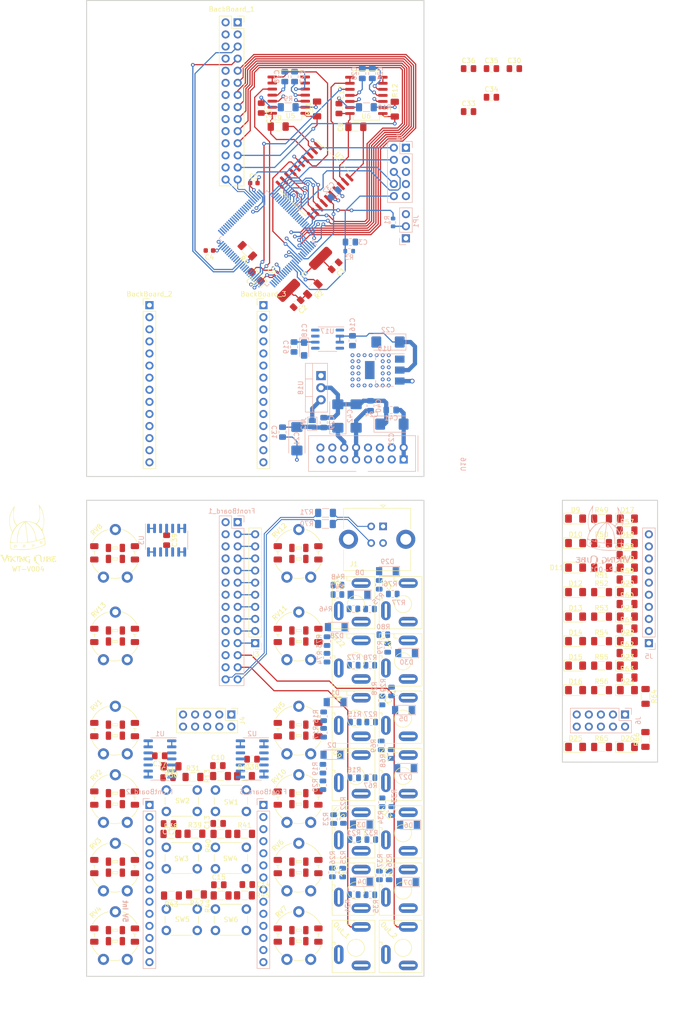
<source format=kicad_pcb>
(kicad_pcb (version 20211014) (generator pcbnew)
  (layers (0 "F.Cu" signal) (1 "In1.Cu" power "GND") (2 "In2.Cu" power "PWR") (31 "B.Cu" signal) (34 "B.Paste" user) (35 "F.Paste" user) (36 "B.SilkS" user "B.Silkscreen") (37 "F.SilkS" user "F.Silkscreen") (38 "B.Mask" user) (39 "F.Mask" user) (44 "Edge.Cuts" user))
  (net 0 "")
  (net 1 "+3V3")
  (net 2 "GND")
  (net 3 "1V25")
  (net 4 "Net-(C1-Pad1)")
  (net 5 "Net-(C2-Pad1)")
  (net 6 "Net-(C8-Pad1)")
  (net 7 "Net-(C17-Pad1)")
  (net 8 "Net-(D8-Pad2)")
  (net 9 "Net-(D9-Pad2)")
  (net 10 "Net-(D10-Pad2)")
  (net 11 "Net-(D11-Pad2)")
  (net 12 "Net-(D12-Pad2)")
  (net 13 "Net-(D13-Pad2)")
  (net 14 "Net-(D14-Pad2)")
  (net 15 "Net-(D15-Pad2)")
  (net 16 "Net-(D16-Pad2)")
  (net 17 "Net-(D17-Pad2)")
  (net 18 "Net-(D18-Pad2)")
  (net 19 "RST")
  (net 20 "Net-(R2-Pad2)")
  (net 21 "Net-(C23-Pad1)")
  (net 22 "Net-(C17-Pad2)")
  (net 23 "Net-(U5-Pad8)")
  (net 24 "Net-(U6-Pad8)")
  (net 25 "Net-(R10-Pad2)")
  (net 26 "/DCA/InA")
  (net 27 "/DCA/InB")
  (net 28 "Net-(C4-Pad1)")
  (net 29 "Net-(C5-Pad1)")
  (net 30 "Net-(C23-Pad2)")
  (net 31 "Net-(C9-Pad2)")
  (net 32 "/DCA/CS")
  (net 33 "/DCA/DACA{slash}B")
  (net 34 "Net-(R1-Pad2)")
  (net 35 "Net-(R11-Pad1)")
  (net 36 "Net-(R13-Pad1)")
  (net 37 "Net-(D1-Pad1)")
  (net 38 "Net-(D2-Pad1)")
  (net 39 "Net-(D3-Pad1)")
  (net 40 "Net-(D4-Pad1)")
  (net 41 "Net-(D5-Pad1)")
  (net 42 "D-")
  (net 43 "D+")
  (net 44 "SWDIO")
  (net 45 "SWDCLK")
  (net 46 "TRACESWO")
  (net 48 "/D0")
  (net 49 "/D1")
  (net 50 "/D2")
  (net 51 "/D3")
  (net 52 "/D4")
  (net 53 "/D5")
  (net 54 "/D6")
  (net 55 "/D7")
  (net 56 "JTDI")
  (net 57 "-12V")
  (net 58 "+12V")
  (net 59 "Net-(R16-Pad2)")
  (net 60 "+5V")
  (net 61 "Net-(R19-Pad2)")
  (net 62 "Net-(D6-Pad1)")
  (net 63 "Net-(D7-Pad1)")
  (net 64 "Net-(D19-Pad2)")
  (net 65 "Net-(D20-Pad2)")
  (net 66 "Net-(D21-Pad2)")
  (net 67 "PA9")
  (net 68 "USB_D+")
  (net 69 "USB_D-")
  (net 70 "LED0")
  (net 71 "LED1")
  (net 72 "LED2")
  (net 73 "LED3")
  (net 74 "LED4")
  (net 75 "LED5")
  (net 76 "LED6")
  (net 77 "LED7")
  (net 78 "LED8")
  (net 79 "LED9")
  (net 80 "LED10")
  (net 81 "LED11")
  (net 82 "LED12")
  (net 83 "LED13")
  (net 84 "LED14")
  (net 85 "LED15")
  (net 86 "LED17")
  (net 87 "LED16")
  (net 88 "NJTRST")
  (net 89 "Net-(D22-Pad2)")
  (net 90 "Net-(D23-Pad2)")
  (net 91 "Net-(D24-Pad2)")
  (net 92 "Net-(D25-Pad2)")
  (net 93 "Net-(D26-Pad2)")
  (net 94 "Net-(R15-Pad2)")
  (net 95 "Net-(R21-Pad2)")
  (net 96 "Net-(R27-Pad2)")
  (net 97 "Net-(R38-Pad1)")
  (net 98 "Net-(R40-Pad1)")
  (net 99 "BTN1")
  (net 100 "BTN0")
  (net 101 "BTN2")
  (net 102 "Net-(D7-Pad2)")
  (net 103 "Net-(D6-Pad2)")
  (net 104 "Net-(D5-Pad2)")
  (net 105 "Net-(D4-Pad2)")
  (net 106 "Net-(D3-Pad2)")
  (net 107 "Net-(D2-Pad2)")
  (net 108 "Net-(D1-Pad2)")
  (net 109 "BTN3")
  (net 110 "BTN4")
  (net 111 "BTN5")
  (net 112 "Net-(D8-Pad1)")
  (net 113 "Net-(D27-Pad1)")
  (net 114 "Net-(D27-Pad2)")
  (net 115 "Net-(D28-Pad1)")
  (net 116 "Net-(D28-Pad2)")
  (net 117 "Net-(D29-Pad1)")
  (net 118 "Net-(D29-Pad2)")
  (net 119 "Net-(D30-Pad1)")
  (net 120 "Net-(D30-Pad2)")
  (net 121 "Net-(R22-Pad2)")
  (net 122 "Net-(R18-Pad2)")
  (net 123 "Net-(R25-Pad2)")
  (net 124 "Net-(R28-Pad2)")
  (net 125 "Net-(R24-Pad2)")
  (net 126 "Net-(R33-Pad2)")
  (net 127 "Net-(R36-Pad2)")
  (net 128 "Net-(R30-Pad1)")
  (net 129 "Net-(R32-Pad2)")
  (net 130 "Net-(R47-Pad2)")
  (net 131 "Net-(R35-Pad2)")
  (net 132 "Net-(R42-Pad1)")
  (net 133 "Net-(R44-Pad1)")
  (net 134 "Net-(R46-Pad2)")
  (net 135 "Net-(R68-Pad2)")
  (net 136 "Net-(R67-Pad2)")
  (net 137 "Net-(R73-Pad2)")
  (net 138 "Net-(R72-Pad2)")
  (net 139 "Net-(R76-Pad2)")
  (net 140 "Net-(R75-Pad2)")
  (net 141 "Net-(R79-Pad2)")
  (net 142 "Net-(R78-Pad2)")
  (net 143 "Net-(RV1-Pad1)")
  (net 144 "AIN0")
  (net 145 "Net-(RV2-Pad1)")
  (net 146 "AIN1")
  (net 147 "Net-(RV3-Pad1)")
  (net 148 "AIN2")
  (net 149 "Net-(RV4-Pad1)")
  (net 150 "AIN3")
  (net 151 "Net-(RV5-Pad1)")
  (net 152 "AIN4")
  (net 153 "Net-(RV6-Pad1)")
  (net 154 "AIN6")
  (net 155 "Net-(RV7-Pad1)")
  (net 156 "AIN7")
  (net 157 "Net-(RV8-Pad1)")
  (net 158 "AIN8")
  (net 159 "Net-(RV10-Pad1)")
  (net 160 "AIN5")
  (net 161 "Net-(RV11-Pad1)")
  (net 162 "AIN9")
  (net 163 "Net-(RV12-Pad1)")
  (net 164 "AIN10")
  (net 165 "Net-(RV13-Pad1)")
  (net 166 "AIN11")
  (net 168 "Net-(JP1-Pad2)")
  (net 169 "Net-(R4-Pad1)")
  (net 170 "AIN0-LED")
  (net 171 "AIN1-LED")
  (net 182 "AIN2-LED")
  (net 183 "AIN3-LED")
  (net 184 "AIN4-LED")
  (net 189 "AIN6-LED")
  (net 190 "AIN7-LED")
  (net 191 "AIN8-LED")
  (net 192 "AIN5-LED")
  (net 193 "AIN9-LED")
  (net 194 "AIN10-LED")
  (net 195 "AIN11-LED")
  (net 196 "Net-(U5-Pad6)")
  (net 197 "Net-(U6-Pad6)")
  (net 198 "Net-(RV1-Pad5)")
  (net 199 "Net-(RV1-Pad10)")
  (net 200 "Net-(RV2-Pad5)")
  (net 201 "Net-(RV2-Pad10)")
  (net 202 "Net-(RV3-Pad5)")
  (net 203 "Net-(RV3-Pad10)")
  (net 204 "Net-(RV4-Pad5)")
  (net 205 "Net-(RV4-Pad10)")
  (net 206 "Net-(RV5-Pad5)")
  (net 207 "Net-(RV5-Pad10)")
  (net 208 "Net-(RV6-Pad5)")
  (net 209 "Net-(RV6-Pad10)")
  (net 210 "Net-(RV7-Pad5)")
  (net 211 "Net-(RV7-Pad10)")
  (net 212 "Net-(RV8-Pad5)")
  (net 213 "Net-(RV8-Pad10)")
  (net 214 "Net-(RV10-Pad5)")
  (net 215 "Net-(RV10-Pad10)")
  (net 216 "Net-(RV11-Pad5)")
  (net 217 "Net-(RV11-Pad10)")
  (net 218 "Net-(RV12-Pad5)")
  (net 219 "Net-(RV12-Pad10)")
  (net 220 "Net-(RV13-Pad5)")
  (net 221 "Net-(RV13-Pad10)")
  (net 222 "Net-(JP2-Pad1)")
  (net 225 "GND2")
  (net 232 "Net-(J6-Pad4)")
  (net 309 "Net-(J5-Pad1)")
  (net 310 "Net-(J5-Pad2)")
  (net 311 "Net-(J5-Pad3)")
  (net 312 "Net-(J5-Pad4)")
  (net 313 "Net-(J5-Pad5)")
  (net 314 "Net-(J5-Pad6)")
  (net 315 "Net-(J5-Pad7)")
  (net 316 "Net-(J5-Pad8)")
  (net 317 "Net-(J5-Pad9)")
  (net 318 "Net-(J6-Pad1)")
  (net 319 "Net-(J6-Pad2)")
  (net 320 "Net-(J6-Pad3)")
  (net 321 "Net-(J6-Pad5)")
  (net 322 "Net-(J6-Pad6)")
  (net 323 "Net-(J6-Pad7)")
  (net 324 "Net-(J6-Pad8)")
  (net 325 "Net-(J6-Pad9)")
  (net 326 "GND3")
  (net 327 "B_LED8")
  (net 328 "B_USB_D+")
  (net 329 "B_USB_D-")
  (net 330 "B_PA9")
  (net 331 "B_LED7")
  (net 332 "B_LED5")
  (net 333 "B_LED4")
  (net 334 "B_LED3")
  (net 335 "B_LED2")
  (net 336 "B_LED1")
  (net 337 "B_LED0")
  (net 338 "B_LED6")
  (net 339 "B_OutA")
  (net 340 "OutA")
  (net 341 "B_OutB")
  (net 342 "OutB")
  (footprint "Resistor_SMD:R_1206_3216Metric_Pad1.30x1.75mm_HandSolder" (layer "F.Cu") (at 108.2294 51.81763)
    (fp_text reference "R65")
    (fp_text value "R-330-1206")
  )
  (footprint "eurorack:Potentiometer_Piher_PT-10-V10_Vertical" (layer "F.Cu") (at 8.540012 33.479999 90)
    (fp_text reference "RV13")
    (fp_text value "Pot_500")
  )
  (footprint "eurorack:HC49-4HSMX" (layer "F.Cu") (at 42.452208 -44.113163 45)
    (fp_text reference "Y1")
    (fp_text value "Crystal_8Mhz")
  )
  (footprint "Button_Switch_THT:SW_PUSH_6mm_H9.5mm" (layer "F.Cu") (at 16.751678 60.867225)
    (fp_text reference "SW2")
    (fp_text value "SW_Push")
  )
  (footprint "Button_Switch_THT:SW_PUSH_6mm_H9.5mm" (layer "F.Cu") (at 16.751678 85.867225)
    (fp_text reference "SW5")
    (fp_text value "SW_Push")
  )
  (footprint "Capacitor_SMD:C_1206_3216Metric_Pad1.33x1.80mm_HandSolder" (layer "F.Cu") (at 56.5912 -78.4606 180)
    (fp_text reference "C8")
    (fp_text value "15pF")
  )
  (footprint "Button_Switch_THT:SW_PUSH_6mm_H9.5mm" (layer "F.Cu") (at 27.0776 72.901115)
    (fp_text reference "SW4")
    (fp_text value "SW_Push")
  )
  (footprint "Diode_SMD:D_1206_3216Metric_Pad1.42x1.75mm_HandSolder" (layer "F.Cu") (at 102.768334 14.138777)
    (fp_text reference "D11")
    (fp_text value "W02")
  )
  (footprint "eurorack:LUM 1502-03" (layer "F.Cu") (at 66.5 45.868571)
    (fp_text reference "U12")
    (fp_text value "LUM-1502-03_3.5mm_mono_vertical_jack")
  )
  (footprint "Resistor_SMD:R_1206_3216Metric_Pad1.30x1.75mm_HandSolder" (layer "F.Cu") (at 108.2294 24.442623)
    (fp_text reference "R53")
    (fp_text value "R-330-1206")
  )
  (footprint "Diode_SMD:D_1206_3216Metric_Pad1.42x1.75mm_HandSolder" (layer "F.Cu") (at 113.665 19.286554)
    (fp_text reference "D20")
    (fp_text value "W13")
  )
  (footprint "eurorack:logo_small" (layer "F.Cu") (at -9.9314 9.144)
    (fp_text reference "G***" hide)
    (fp_text value "LOGO" hide)
  )
  (footprint "Capacitor_SMD:C_1206_3216Metric_Pad1.33x1.80mm_HandSolder" (layer "F.Cu") (at 40.269137 -78.5114)
    (fp_text reference "C9")
    (fp_text value "15pF")
  )
  (footprint "Capacitor_SMD:C_0603_1608Metric" (layer "F.Cu") (at 25.8064 -52.4764 180)
    (fp_text reference "C4")
    (fp_text value "C-2u2-1812")
  )
  (footprint "Resistor_SMD:R_1206_3216Metric_Pad1.30x1.75mm_HandSolder" (layer "F.Cu") (at 22.76 70.04)
    (fp_text reference "R39")
    (fp_text value "R-10k-1206")
  )
  (footprint "Connector_PinHeader_2.54mm:PinHeader_1x10_P2.54mm_Vertical" (layer "F.Cu") (at 35.427044 30 180)
    (fp_text reference "J3")
    (fp_text value "Conn_01x10_Female")
  )
  (footprint "Diode_SMD:D_1206_3216Metric_Pad1.42x1.75mm_HandSolder" (layer "F.Cu") (at 113.665 3.843223)
    (fp_text reference "D17")
    (fp_text value "W10")
  )
  (footprint "Resistor_SMD:R_1206_3216Metric_Pad1.30x1.75mm_HandSolder" (layer "F.Cu") (at 17.7546 55.88 180)
    (fp_text reference "R30")
    (fp_text value "R-100-1206")
  )
  (footprint "Diode_SMD:D_1206_3216Metric_Pad1.42x1.75mm_HandSolder" (layer "F.Cu") (at 102.768334 51.809338)
    (fp_text reference "D25")
    (fp_text value "USR2")
  )
  (footprint "Button_Switch_THT:SW_PUSH_6mm_H9.5mm" (layer "F.Cu") (at 16.751678 72.901115)
    (fp_text reference "SW3")
    (fp_text value "SW_Push")
  )
  (footprint "Capacitor_SMD:C_0805_2012Metric_Pad1.18x1.45mm_HandSolder" (layer "F.Cu") (at 53.0352 -82.296 90)
    (fp_text reference "C17")
    (fp_text value "C-100nF-0805")
  )
  (footprint "Capacitor_SMD:C_0805_2012Metric_Pad1.18x1.45mm_HandSolder" (layer "F.Cu") (at 85.09 -90.6908)
    (fp_text reference "C35")
    (fp_text value "C-100nF-0805")
  )
  (footprint "eurorack:Potentiometer_Piher_PT-10-V10_Vertical" (layer "F.Cu") (at 47.1 53.263333 90)
    (fp_text reference "RV5")
    (fp_text value "Pot_500")
  )
  (footprint "Capacitor_SMD:C_0603_1608Metric" (layer "F.Cu") (at 35.1536 -66.6496)
    (fp_text reference "C5")
    (fp_text value "C-2u2-1812")
  )
  (footprint "Resistor_SMD:R_1206_3216Metric_Pad1.30x1.75mm_HandSolder" (layer "F.Cu") (at 33.782 -52.4256 135)
    (fp_text reference "R4")
    (fp_text value "R-470-1206")
  )
  (footprint "Connector_PinHeader_2.54mm:PinHeader_2x05_P2.54mm_Vertical" (layer "F.Cu") (at 30.427044 45 -90)
    (fp_text reference "J4")
    (fp_text value "Conn_01x10_Male")
  )
  (footprint "eurorack:USB-BG" (layer "F.Cu") (at 55.04 8.1875)
    (fp_text reference "J1")
    (fp_text value "USB_B")
  )
  (footprint "Capacitor_SMD:C_0805_2012Metric_Pad1.18x1.45mm_HandSolder" (layer "F.Cu") (at 80.28 -90.6908)
    (fp_text reference "C36")
    (fp_text value "C-100nF-0805")
  )
  (footprint "Resistor_SMD:R_1206_3216Metric_Pad1.30x1.75mm_HandSolder" (layer "F.Cu") (at 64.77 -82.169 -90)
    (fp_text reference "R12")
    (fp_text value "R-30k-1206")
  )
  (footprint "Resistor_SMD:R_1206_3216Metric_Pad1.30x1.75mm_HandSolder" (layer "F.Cu") (at 28.23 70.08 180)
    (fp_text reference "R40")
    (fp_text value "R-100-1206")
  )
  (footprint "Diode_SMD:D_1206_3216Metric_Pad1.42x1.75mm_HandSolder" (layer "F.Cu") (at 102.768334 8.991)
    (fp_text reference "D10")
    (fp_text value "w01")
  )
  (footprint "Diode_SMD:D_1206_3216Metric_Pad1.42x1.75mm_HandSolder" (layer "F.Cu") (at 113.665 29.582108)
    (fp_text reference "D22")
    (fp_text value "W15")
  )
  (footprint "eurorack:LUM 1502-03" (layer "F.Cu") (at 56.6 45.868571)
    (fp_text reference "U8")
    (fp_text value "LUM-1502-03_3.5mm_mono_vertical_jack")
  )
  (footprint "Diode_SMD:D_1206_3216Metric_Pad1.42x1.75mm_HandSolder" (layer "F.Cu") (at 102.768334 29.582108)
    (fp_text reference "D14")
    (fp_text value "W05")
  )
  (footprint "Capacitor_SMD:C_0805_2012Metric_Pad1.18x1.45mm_HandSolder" (layer "F.Cu") (at 17.12 58.27)
    (fp_text reference "C11")
    (fp_text value "C-100nF-0805")
  )
  (footprint "eurorack:LUM 1502-03" (layer "F.Cu") (at 66.5 69.939285)
    (fp_text reference "U13")
    (fp_text value "LUM-1502-03_3.5mm_mono_vertical_jack")
  )
  (footprint "Resistor_SMD:R_1206_3216Metric_Pad1.30x1.75mm_HandSolder" (layer "F.Cu") (at 108.2294 29.5904)
    (fp_text reference "R54")
    (fp_text value "R-330-1206")
  )
  (footprint "eurorack:Potentiometer_Piher_PT-10-V10_Vertical" (layer "F.Cu") (at 8.540012 53.263333 90)
    (fp_text reference "RV1")
    (fp_text value "Pot_500")
  )
  (footprint "Connector_PinHeader_2.54mm:PinHeader_1x14_P2.54mm_Vertical" (layer "F.Cu") (at 13.2076 -41)
    (fp_text reference "BackBoard_2")
    (fp_text value "Conn_01x14_Male")
  )
  (footprint "Diode_SMD:D_1206_3216Metric_Pad1.42x1.75mm_HandSolder" (layer "F.Cu") (at 102.768334 39.877662)
    (fp_text reference "D16")
    (fp_text value "W07")
  )
  (footprint "Resistor_SMD:R_1206_3216Metric_Pad1.30x1.75mm_HandSolder" (layer "F.Cu") (at 33.18 82.99)
    (fp_text reference "R45")
    (fp_text value "R-10k-1206")
  )
  (footprint "Capacitor_SMD:C_0805_2012Metric_Pad1.18x1.45mm_HandSolder" (layer "F.Cu") (at 27.59 55.73)
    (fp_text reference "C10")
    (fp_text value "C-100nF-0805")
  )
  (footprint "eurorack:Potentiometer_Piher_PT-10-V10_Vertical" (layer "F.Cu") (at 47.1 67.653333 90)
    (fp_text reference "RV10")
    (fp_text value "Pot_500")
  )
  (footprint "eurorack:LUM 1502-03" (layer "F.Cu") (at 56.6 33.833214)
    (fp_text reference "U22")
    (fp_text value "LUM-1502-03_3.5mm_mono_vertical_jack")
  )
  (footprint "Diode_SMD:D_1206_3216Metric_Pad1.42x1.75mm_HandSolder" (layer "F.Cu") (at 113.665 51.809338)
    (fp_text reference "D26")
    (fp_text value "USR1")
  )
  (footprint "Resistor_SMD:R_1206_3216Metric_Pad1.30x1.75mm_HandSolder" (layer "F.Cu") (at 108.2294 39.885954)
    (fp_text reference "R56")
    (fp_text value "R-330-1206")
  )
  (footprint "Capacitor_SMD:C_0805_2012Metric_Pad1.18x1.45mm_HandSolder" (layer "F.Cu") (at 15.367 53.6702 180)
    (fp_text reference "C37")
    (fp_text value "C-100nF-0805")
  )
  (footprint "Resistor_SMD:R_1206_3216Metric_Pad1.30x1.75mm_HandSolder" (layer "F.Cu") (at 33.18 57.95)
    (fp_text reference "R14")
    (fp_text value "R-10k-1206")
  )
  (footprint "Diode_SMD:D_1206_3216Metric_Pad1.42x1.75mm_HandSolder" (layer "F.Cu") (at 113.665 8.991)
    (fp_text reference "D18")
    (fp_text value "W11")
  )
  (footprint "Capacitor_SMD:C_0805_2012Metric_Pad1.18x1.45mm_HandSolder" (layer "F.Cu") (at 27.66 67.88)
    (fp_text reference "C13")
    (fp_text value "C-100nF-0805")
  )
  (footprint "Package_SO:SOIC-20W_7.5x12.8mm_P1.27mm" (layer "F.Cu") (at 47.9044 -67.056 -45)
    (fp_text reference "U7")
    (fp_text value "TLC7528")
  )
  (footprint "Resistor_SMD:R_1206_3216Metric_Pad1.30x1.75mm_HandSolder" (layer "F.Cu") (at 17.72 70.09 180)
    (fp_text reference "R38")
    (fp_text value "R-100-1206")
  )
  (footprint "Capacitor_SMD:C_0805_2012Metric_Pad1.18x1.45mm_HandSolder" (layer "F.Cu") (at 89.9 -90.6908)
    (fp_text reference "C30")
    (fp_text value "C-100nF-0805")
  )
  (footprint "Resistor_SMD:R_1206_3216Metric_Pad1.30x1.75mm_HandSolder" (layer "F.Cu") (at 48.4378 -82.2198 -90)
    (fp_text reference "R11")
    (fp_text value "R-30k-1206")
  )
  (footprint "eurorack:Potentiometer_Piher_PT-10-V10_Vertical" (layer "F.Cu") (at 8.540012 67.653333 90)
    (fp_text reference "RV2")
    (fp_text value "Pot_500")
  )
  (footprint "Capacitor_SMD:C_0402_1005Metric" (layer "F.Cu") (at 39.7764 -47.5488 45)
    (fp_text reference "C6")
    (fp_text value "C-10nF-0402")
  )
  (footprint "Resistor_SMD:R_1206_3216Metric_Pad1.30x1.75mm_HandSolder" (layer "F.Cu") (at 108.2294 19.294846)
    (fp_text reference "R52")
    (fp_text value "R-330-1206")
  )
  (footprint "eurorack:LUM 1502-03" (layer "F.Cu") (at 66.5 94.01)
    (fp_text reference "Out_2")
    (fp_text value "LUM-1502-03_3.5mm_mono_vertical_jack")
  )
  (footprint "Resistor_SMD:R_1206_3216Metric_Pad1.30x1.75mm_HandSolder" (layer "F.Cu") (at 47.5488 -44.3484 45)
    (fp_text reference "R2")
    (fp_text value "R-220-1206")
  )
  (footprint "Connector_PinSocket_2.54mm:PinSocket_2x14_P2.54mm_Vertical" (layer "F.Cu") (at 31.75 -100.4026)
    (fp_text reference "BackBoard_1")
    (fp_text value "Conn_01x28_Female")
  )
  (footprint "eurorack:LUM 1502-03" (layer "F.Cu") (at 56.6 94.01)
    (fp_text reference "Out_1")
    (fp_text value "LUM-1502-03_3.5mm_mono_vertical_jack")
  )
  (footprint "Resistor_SMD:R_1206_3216Metric_Pad1.30x1.75mm_HandSolder" (layer "F.Cu") (at 113.5888 11.496915)
    (fp_text reference "R58")
    (fp_text value "R-330-1206")
  )
  (footprint "Package_SO:SO-14_5.3x10.2mm_P1.27mm" (layer "F.Cu") (at 58.801 -85.0646 180)
    (fp_text reference "U6")
    (fp_text value "TL074")
  )
  (footprint "eurorack:Potentiometer_Piher_PT-10-V10_Vertical" (layer "F.Cu") (at 47.1 33.479999 90)
    (fp_text reference "RV11")
    (fp_text value "Pot_500")
  )
  (footprint "Diode_SMD:D_1206_3216Metric_Pad1.42x1.75mm_HandSolder" (layer "F.Cu") (at 113.665 24.434331)
    (fp_text reference "D21")
    (fp_text value "W14")
  )
  (footprint "Capacitor_SMD:C_0805_2012Metric_Pad1.18x1.45mm_HandSolder" (layer "F.Cu") (at 27.79 80.77)
    (fp_text reference "C15")
    (fp_text value "C-100nF-0805")
  )
  (footprint "Capacitor_SMD:C_0805_2012Metric_Pad1.18x1.45mm_HandSolder" (layer "F.Cu") (at 85.09 -84.6708)
    (fp_text reference "C34")
    (fp_text value "C-100nF-0805")
  )
  (footprint "Resistor_SMD:R_1206_3216Metric_Pad1.30x1.75mm_HandSolder" (layer "F.Cu") (at 108.2294 34.738177)
    (fp_text reference "R55")
    (fp_text value "R-330-1206")
  )
  (footprint "eurorack:Potentiometer_Piher_PT-10-V10_Vertical" (layer "F.Cu") (at 8.540012 16.136666 90)
    (fp_text reference "RV8")
    (fp_text value "Pot_500")
  )
  (footprint "Button_Switch_THT:SW_PUSH_6mm_H9.5mm" (layer "F.Cu") (at 27.0776 85.867225)
    (fp_text reference "SW6")
    (fp_text value "SW_Push")
  )
  (footprint "Diode_SMD:D_1206_3216Metric_Pad1.42x1.75mm_HandSolder" (layer "F.Cu") (at 113.665 39.877662)
    (fp_text reference "D24")
    (fp_text value "W17")
  )
  (footprint "Capacitor_SMD:C_0805_2012Metric_Pad1.18x1.45mm_HandSolder" (layer "F.Cu") (at 80.28 -81.6608)
    (fp_text reference "C33")
    (fp_text value "C-100nF-0805")
  )
  (footprint "Capacitor_SMD:C_0805_2012Metric_Pad1.18x1.45mm_HandSolder" (layer "F.Cu") (at 33.77 80.72 180)
    (fp_text reference "C14")
    (fp_text value "C-100nF-0805")
  )
  (footprint "eurorack:Potentiometer_Piher_PT-10-V10_Vertical" (layer "F.Cu") (at 47.1 16.136666 90)
    (fp_text reference "RV12")
    (fp_text value "Pot_500")
  )
  (footprint "Capacitor_Tantalum_SMD:CP_EIA-3216-18_Kemet-A" (layer "F.Cu") (at 35.6616 -47.0154 135)
    (fp_text reference "C7")
    (fp_text value "C-Pol-1uF-TAN")
  )
  (footprint "eurorack:Potentiometer_Piher_PT-10-V10_Vertical" (layer "F.Cu") (at 47.1 82.043333 90)
    (fp_text reference "RV6")
    (fp_text value "Pot_500")
  )
  (footprint "eurorack:LUM 1502-03" (layer "F.Cu") (at 56.6 57.903928)
    (fp_text reference "U9")
    (fp_text value "LUM-1502-03_3.5mm_mono_vertical_jack")
  )
  (footprint "Diode_SMD:D_1206_3216Metric_Pad1.42x1.75mm_HandSolder" (layer "F.Cu") (at 113.665 14.138777)
    (fp_text reference "D19")
    (fp_text value "W12")
  )
  (footprint "Resistor_SMD:R_1206_3216Metric_Pad1.30x1.75mm_HandSolder" (layer "F.Cu") (at 28.15 57.93 180)
    (fp_text reference "R13")
    (fp_text value "R-100-1206")
  )
  (footprint "Resistor_SMD:R_1206_3216Metric_Pad1.30x1.75mm_HandSolder" (layer "F.Cu") (at 113.5888 26.940246)
    (fp_text reference "R61")
    (fp_text value "R-330-1206")
  )
  (footprint "Resistor_SMD:R_1206_3216Metric_Pad1.30x1.75mm_HandSolder" (layer "F.Cu") (at 113.5888 37.2358)
    (fp_text reference "R63")
    (fp_text value "R-330-1206")
  )
  (footprint "Resistor_SMD:R_1206_3216Metric_Pad1.30x1.75mm_HandSolder" (layer "F.Cu") (at 28.27 83.01 180)
    (fp_text reference "R44")
    (fp_text value "R-100-1206")
  )
  (footprint "Resistor_SMD:R_1206_3216Metric_Pad1.30x1.75mm_HandSolder" (layer "F.Cu") (at 22.35 58.12)
    (fp_text reference "R31")
    (fp_text value "R-10k-1206")
  )
  (footprint "eurorack:Potentiometer_Piher_PT-10-V10_Vertical" (layer "F.Cu") (at 8.540012 96.433333 90)
    (fp_text reference "RV4")
    (fp_text value "Pot_500")
  )
  (footprint "Diode_SMD:D_1206_3216Metric_Pad1.42x1.75mm_HandSolder" (layer "F.Cu") (at 102.768334 34.729885)
    (fp_text reference "D15")
    (fp_text value "W06")
  )
  (footprint "eurorack:LUM 1502-03" (layer "F.Cu") (at 66.5 57.903928)
    (fp_text reference "U21")
    (fp_text value "LUM-1502-03_3.5mm_mono_vertical_jack")
  )
  (footprint "eurorack:Potentiometer_Piher_PT-10-V10_Vertical" (layer "F.Cu") (at 8.540012 82.043333 90)
    (fp_text reference "RV3")
    (fp_text value "Pot_500")
  )
  (footprint "eurorack:LUM 1502-03" (layer "F.Cu") (at 56.6 69.939285)
    (fp_text reference "U10")
    (fp_text value "LUM-1502-03_3.5mm_mono_vertical_jack")
  )
  (footprint "Resistor_SMD:R_1206_3216Metric_Pad1.30x1.75mm_HandSolder" (layer "F.Cu") (at 108.2294 3.851515)
    (fp_text reference "R49")
    (fp_text value "R-330-1206")
  )
  (footprint "Capacitor_SMD:C_0805_2012Metric_Pad1.18x1.45mm_HandSolder" (layer "F.Cu") (at 44.2468 -41.3004 -135)
    (fp_text reference "C2")
    (fp_text value "C-22pF-0805")
  )
  (footprint "Capacitor_SMD:C_0805_2012Metric_Pad1.18x1.45mm_HandSolder" (layer "F.Cu") (at 36.703 -82.3976 90)
    (fp_text reference "C23")
    (fp_text value "C-100nF-0805")
  )
  (footprint "Resistor_SMD:R_1206_3216Metric_Pad1.30x1.75mm_HandSolder" (layer "F.Cu") (at 23.0886 82.804)
    (fp_text reference "R42")
    (fp_text value "R-100-1206")
  )
  (footprint "Resistor_SMD:R_1206_3216Metric_Pad1.30x1.75mm_HandSolder" (layer "F.Cu") (at 108.2294 8.999292)
    (fp_text reference "R50")
    (fp_text value "R-330-1206")
  )
  (footprint "Resistor_SMD:R_1206_3216Metric_Pad1.30x1.75mm_HandSolder" (layer "F.Cu") (at 113.5888 32.088023)
    (fp_text reference "R62")
    (fp_text value "R-330-1206")
  )
  (footprint "eurorack:LUM 1502-03" (layer "F.Cu") (at 66.5 33.833214)
    (fp_text reference "U24")
    (fp_text value "LUM-1502-03_3.5mm_mono_vertical_jack")
  )
  (footprint "Resistor_SMD:R_1206_3216Metric_Pad1.30x1.75mm_HandSolder" (layer "F.Cu") (at 113.5888 21.792469)
    (fp_text reference "R60")
    (fp_text value "R-330-1206")
  )
  (footprint "eurorack:LUM 1502-03" (layer "F.Cu") (at 66.5 81.974642)
    (fp_text reference "U14")
    (fp_text value "LUM-1502-03_3.5mm_mono_vertical_jack")
  )
  (footprint "eurorack:LUM 1502-03" (layer "F.Cu") (at 56.6 21.797857)
    (fp_text reference "U15")
    (fp_text value "LUM-1502-03_3.5mm_mono_vertical_jack")
  )
  (footprint "eurorack:Potentiometer_Piher_PT-10-V10_Vertical" (layer "F.Cu") (at 47.1 96.433333 90)
    (fp_text reference "RV7")
    (fp_text value "Pot_500")
  )
  (footprint "Diode_SMD:D_1206_3216Metric_Pad1.42x1.75mm_HandSolder" (layer "F.Cu") (at 102.768334 19.286554)
    (fp_text reference "D12")
    (fp_text value "W03")
  )
  (footprint "Capacitor_SMD:C_0805_2012Metric_Pad1.18x1.45mm_HandSolder" (layer "F.Cu") (at 16.8148 8.382 -90)
    (fp_text reference "C39")
    (fp_text value "C-100nF-0805")
  )
  (footprint "Capacitor_SMD:C_0805_2012Metric_Pad1.18x1.45mm_HandSolder" (layer "F.Cu") (at 52.241449 -49.253421 45)
    (fp_text reference "C1")
    (fp_text value "C-22pF-0805")
  )
  (footprint "Resistor_SMD:R_1206_3216Metric_Pad1.30x1.75mm_HandSolder" (layer "F.Cu") (at 33.21 70.07)
    (fp_text reference "R41")
    (fp_text value "R-10k-1206")
  )
  (footprint "Capacitor_SMD:C_0805_2012Metric_Pad1.18x1.45mm_HandSolder" (layer "F.Cu") (at 17.2212 67.9196 180)
    (fp_text reference "C12")
    (fp_text value "C-100nF-0805")
  )
  (footprint "Resistor_SMD:R_1206_3216Metric_Pad1.30x1.75mm_HandSolder" (layer "F.Cu") (at 108.2294 14.147069)
    (fp_text reference "R51")
    (fp_text value "R-330-1206")
  )
  (footprint "Capacitor_SMD:C_0805_2012Metric_Pad1.18x1.45mm_HandSolder" (layer "F.Cu") (at 34.7726 54.3814 180)
    (fp_text reference "C38")
    (fp_text value "C-100nF-0805")
  )
  (footprint "Button_Switch_THT:SW_PUSH_6mm_H9.5mm" (layer "F.Cu") (at 27.0776 60.867225)
    (fp_text reference "SW1")
    (fp_text value "SW_Push")
  )
  (footprint "Diode_SMD:D_1206_3216Metric_Pad1.42x1.75mm_HandSolder" (layer "F.Cu") (at 102.768334 24.434331)
    (fp_text reference "D13")
    (fp_text value "W04")
  )
  (footprint "Resistor_SMD:R_1206_3216Metric_Pad1.30x1.75mm_HandSolder" (layer "F.Cu") (at 113.5888 6.349138)
    (fp_text reference "R57")
    (fp_text value "R-330-1206")
  )
  (footprint "eurorack:LUM 1502-03" (layer "F.Cu") (at 66.5 21.797857)
    (fp_text reference "U23")
    (fp_text value "LUM-1502-03_3.5mm_mono_vertical_jack")
  )
  (footprint "Connector_PinHeader_2.54mm:PinHeader_1x14_P2.54mm_Vertical" (layer "F.Cu") (at 37.1598 -41)
    (fp_text reference "BackBoard_3")
    (fp_text value "Conn_01x14_Male")
  )
  (footprint "Diode_SMD:D_1206_3216Metric_Pad1.42x1.75mm_HandSolder" (layer "F.Cu") (at 102.768334 3.843223)
    (fp_text reference "D9")
    (fp_text value "W00")
  )
  (footprint "Package_SO:SO-14_5.3x10.2mm_P1.27mm" (layer "F.Cu") (at 42.478937 -85.1154 180)
    (fp_text reference "U5")
    (fp_text value "TL074")
  )
  (footprint "eurorack:LUM 1502-03" (layer "F.Cu") (at 56.6 81.974642)
    (fp_text reference "U11")
    (fp_text value "LUM-1502-03_3.5mm_mono_vertical_jack")
  )
  (footprint "Resistor_SMD:R_1206_3216Metric_Pad1.30x1.75mm_HandSolder" (layer "F.Cu") (at 117.475 41.1982 -90)
    (fp_text reference "R64")
    (fp_text value "R-330-1206")
  )
  (footprint "Diode_SMD:D_1206_3216Metric_Pad1.42x1.75mm_HandSolder" (layer "F.Cu") (at 113.665 34.729885)
    (fp_text reference "D23")
    (fp_text value "W16")
  )
  (footprint "Resistor_SMD:R_1206_3216Metric_Pad1.30x1.75mm_HandSolder" (layer "F.Cu") (at 117.4496 50.2406 90)
    (fp_text reference "R66")
    (fp_text value "R-330-1206")
  )
  (footprint "Resistor_SMD:R_1206_3216Metric_Pad1.30x1.75mm_HandSolder" (layer "F.Cu") (at 17.8308 83.0326 180)
    (fp_text reference "R43")
    (fp_text value "R-10k-1206")
  )
  (footprint "Resistor_SMD:R_1206_3216Metric_Pad1.30x1.75mm_HandSolder" (layer "F.Cu") (at 113.5888 16.644692)
    (fp_text reference "R59")
    (fp_text value "R-330-1206")
  )
  (footprint "Connector_PinSocket_2.54mm:PinSocket_1x14_P2.54mm_Vertical" (layer "B.Cu") (at 37.1598 64 180)
    (fp_text reference "FrontBoard_3")
    (fp_text value "Conn_01x14_Female")
  )
  (footprint "Capacitor_SMD:C_0805_2012Metric_Pad1.18x1.45mm_HandSolder" (layer "B.Cu") (at 43.7134 -89.0016 90)
    (fp_text reference "C27")
    (fp_text value "C-100nF-0805")
  )
  (footprint "Resistor_SMD:R_0603_1608Metric" (layer "B.Cu") (at 55.1942 -52.3494 180)
    (fp_text reference "R3")
    (fp_text value "R-100k-0603")
  )
  (footprint "Resistor_SMD:R_0805_2012Metric" (layer "B.Cu") (at 49.82 45.38 -90)
    (fp_text reference "R16")
    (fp_text value "R-7k5-0805")
  )
  (footprint "Capacitor_SMD:C_0805_2012Metric_Pad1.18x1.45mm_HandSolder" (layer "B.Cu") (at 59.6646 -19.8628 90)
    (fp_text reference "C40")
    (fp_text value "C-100nF-0805")
  )
  (footprint "Capacitor_Tantalum_SMD:CP_EIA-6032-28_Kemet-C" (layer "B.Cu") (at 64.1604 -16.002)
    (fp_text reference "C25")
    (fp_text value "C-Pol-10uF-TAN")
  )
  (footprint "Resistor_SMD:R_0805_2012Metric" (layer "B.Cu") (at 61.55 78.8 -90)
    (fp_text reference "R37")
    (fp_text value "R-2k-0805")
  )
  (footprint "Resistor_SMD:R_0805_2012Metric" (layer "B.Cu") (at 56.25 71.27 180)
    (fp_text reference "R21")
    (fp_text value "R-2k-0805")
  )
  (footprint "Resistor_SMD:R_0805_2012Metric" (layer "B.Cu") (at 61.5 17.75 -90)
    (fp_text reference "R76")
    (fp_text value "R-7k5-0805")
  )
  (footprint "Diode_SMD:D_MiniMELF" (layer "B.Cu") (at 67.42 80.2 180)
    (fp_text reference "D7")
    (fp_text value "BAS 85 VIS")
  )
  (footprint "Capacitor_SMD:C_0805_2012Metric_Pad1.18x1.45mm_HandSolder" (layer "B.Cu") (at 60.0456 -89.662 90)
    (fp_text reference "C26")
    (fp_text value "C-100nF-0805")
  )
  (footprint "Resistor_SMD:R_0805_2012Metric" (layer "B.Cu") (at 64.01 53.3 90)
    (fp_text reference "R68")
    (fp_text value "R-7k5-0805")
  )
  (footprint "Resistor_SMD:R_0805_2012Metric" (layer "B.Cu") (at 62.09 42.06 90)
    (fp_text reference "R28")
    (fp_text value "R-7k5-0805")
  )
  (footprint "Diode_SMD:D_MiniMELF" (layer "B.Cu") (at 66.59 44.07 180)
    (fp_text reference "D5")
    (fp_text value "BAS 85 VIS")
  )
  (footprint "Resistor_SMD:R_0805_2012Metric" (layer "B.Cu") (at 49.67 56.38 -90)
    (fp_text reference "R19")
    (fp_text value "R-7k5-0805")
  )
  (footprint "Resistor_SMD:R_0805_2012Metric" (layer "B.Cu") (at 59.64 82.87)
    (fp_text reference "R35")
    (fp_text value "R-2k-0805")
  )
  (footprint "eurorack:logo_small" (layer "B.Cu") (at 106.352771 9.30436 180)
    (fp_text reference "G***" hide)
    (fp_text value "LOGO" hide)
  )
  (footprint "Diode_SMD:D_MiniMELF" (layer "B.Cu") (at 51.55 53.44 180)
    (fp_text reference "D2")
    (fp_text value "BAS 85 VIS")
  )
  (footprint "Resistor_SMD:R_0805_2012Metric" (layer "B.Cu") (at 53.98 66.94 90)
    (fp_text reference "R22")
    (fp_text value "R-7k5-0805")
  )
  (footprint "Connector_PinHeader_2.54mm:PinHeader_2x14_P2.54mm_Vertical" (layer "B.Cu") (at 31.75 4.5974 180)
    (fp_text reference "FrontBoard_1")
    (fp_text value "Conn_01x28_Male")
  )
  (footprint "Resistor_SMD:R_0805_2012Metric" (layer "B.Cu") (at 51.93 66.96 -90)
    (fp_text reference "R23")
    (fp_text value "R-2k-0805")
  )
  (footprint "Capacitor_SMD:C_0805_2012Metric_Pad1.18x1.45mm_HandSolder" (layer "B.Cu") (at 55.4482 -54.2544)
    (fp_text reference "C3")
    (fp_text value "C-100nF-0805")
  )
  (footprint "Capacitor_SMD:C_0805_2012Metric_Pad1.18x1.45mm_HandSolder" (layer "B.Cu") (at 55.88 -33.528 -90)
    (fp_text reference "C16")
    (fp_text value "C-100nF-0805")
  )
  (footprint "Resistor_SMD:R_0805_2012Metric" (layer "B.Cu") (at 56.24 58.28 180)
    (fp_text reference "R18")
    (fp_text value "R-2k-0805")
  )
  (footprint "Resistor_SMD:R_1206_3216Metric_Pad1.30x1.75mm_HandSolder" (layer "B.Cu") (at 58.801 -82.5754)
    (fp_text reference "R10")
    (fp_text value "R-10k-1206")
  )
  (footprint "Resistor_SMD:R_0805_2012Metric" (layer "B.Cu") (at 61.92 51.49 90)
    (fp_text reference "R69")
    (fp_text value "R-2k-0805")
  )
  (footprint "Package_QFP:LQFP-100_14x14mm_P0.5mm" (layer "B.Cu") (at 37.8968 -55.0164 135)
    (fp_text reference "U4")
    (fp_text value "STM32F407VGTx")
  )
  (footprint "Resistor_SMD:R_0805_2012Metric" (layer "B.Cu") (at 52.7304 17.8054)
    (fp_text reference "R48")
    (fp_text value "R-2k-0805")
  )
  (footprint "Diode_SMD:D_MiniMELF" (layer "B.Cu") (at 67.25 32.09 180)
    (fp_text reference "D30")
    (fp_text value "BAS 85 VIS")
  )
  (footprint "Resistor_SMD:R_1206_3216Metric_Pad1.30x1.75mm_HandSolder" (layer "B.Cu") (at 50.1958 4.9816)
    (fp_text reference "R70")
    (fp_text value "R-22-1206")
  )
  (footprint "Capacitor_SMD:C_0805_2012Metric_Pad1.18x1.45mm_HandSolder" (layer "B.Cu") (at 52.0954 -64.4398 -135)
    (fp_text reference "C32")
    (fp_text value "C-100nF-0805")
  )
  (footprint "Diode_SMD:D_MiniMELF" (layer "B.Cu") (at 63.23 14.88 180)
    (fp_text reference "D29")
    (fp_text value "BAS 85 VIS")
  )
  (footprint "Diode_SMD:D_MiniMELF" (layer "B.Cu") (at 57.73 68.11 180)
    (fp_text reference "D3")
    (fp_text value "BAS 85 VIS")
  )
  (footprint "Connector_PinHeader_2.54mm:PinHeader_2x05_P2.54mm_Vertical" (layer "B.Cu") (at 67.1118 -74.0614 180)
    (fp_text reference "J2")
    (fp_text value "Conn_ARM_JTAG_SWD_10")
  )
  (footprint "Resistor_SMD:R_0805_2012Metric" (layer "B.Cu") (at 56.36 46.58 180)
    (fp_text reference "R15")
    (fp_text value "R-2k-0805")
  )
  (footprint "Connector_PinHeader_2.54mm:PinHeader_1x03_P2.54mm_Vertical" (layer "B.Cu") (at 67.1068 -55.031399)
    (fp_text reference "JP1")
    (fp_text value "BOOT0")
  )
  (footprint "Resistor_SMD:R_0805_2012Metric" (layer "B.Cu") (at 59.81 46.58)
    (fp_text reference "R27")
    (fp_text value "R-2k-0805")
  )
  (footprint "Resistor_SMD:R_0805_2012Metric" (layer "B.Cu") (at 59.55 22.83)
    (fp_text reference "R75")
    (fp_text value "R-2k-0805")
  )
  (footprint "Diode_SMD:D_MiniMELF" (layer "B.Cu") (at 57.25 19.84 180)
    (fp_text reference "D8")
    (fp_text value "BAS 85 VIS")
  )
  (footprint "Resistor_SMD:R_0805_2012Metric" (layer "B.Cu") (at 56.08 22.81 180)
    (fp_text reference "R46")
    (fp_text value "R-2k-0805")
  )
  (footprint "Resistor_SMD:R_1206_3216Metric_Pad1.30x1.75mm_HandSolder" (layer "B.Cu") (at 50.2158 2.6416)
    (fp_text reference "R71")
    (fp_text value "R-22-1206")
  )
  (footprint "Capacitor_Tantalum_SMD:CP_EIA-6032-28_Kemet-C" (layer "B.Cu") (at 56.642 -17.7038 90)
    (fp_text reference "C24")
    (fp_text value "C-Pol-10uF-TAN")
  )
  (footprint "Resistor_SMD:R_0805_2012Metric" (layer "B.Cu") (at 49.81 48.82 -90)
    (fp_text reference "R17")
    (fp_text value "R-2k-0805")
  )
  (footprint "Resistor_SMD:R_0805_2012Metric" (layer "B.Cu") (at 56.15 34.64 180)
    (fp_text reference "R72")
    (fp_text value "R-2k-0805")
  )
  (footprint "Capacitor_SMD:C_0805_2012Metric_Pad1.18x1.45mm_HandSolder" (layer "B.Cu") (at 64.008 -18.9738)
    (fp_text reference "C41")
    (fp_text value "C-100nF-0805")
  )
  (footprint "Package_SO:SO-8_3.9x4.9mm_P1.27mm" (layer "B.Cu") (at 50.6476 -33.8582 180)
    (fp_text reference "U17")
    (fp_text value "REF191")
  )
  (footprint "Package_SO:SO-14_3.9x8.65mm_P1.27mm" (layer "B.Cu") (at 16.8148 8.382 -90)
    (fp_text reference "U3")
    (fp_text value "LM324")
  )
  (footprint "Resistor_SMD:R_0805_2012Metric" (layer "B.Cu") (at 50.53 29.58 -90)
    (fp_text reference "R73")
    (fp_text value "R-7k5-0805")
  )
  (footprint "Capacitor_Tantalum_SMD:CP_EIA-6032-28_Kemet-C" (layer "B.Cu") (at 52.8066 -17.7038 90)
    (fp_text reference "C42")
    (fp_text value "C-Pol-10uF-TAN")
  )
  (footprint "Resistor_SMD:R_1206_3216Metric_Pad1.30x1.75mm_HandSolder" (layer "B.Cu") (at 42.3672 -82.5754)
    (fp_text reference "R9")
    (fp_text value "R-10k-1206")
  )
  (footprint "Resistor_SMD:R_0805_2012Metric" (layer "B.Cu") (at 59.67 58.27)
    (fp_text reference "R67")
    (fp_text value "R-2k-0805")
  )
  (footprint "Resistor_SMD:R_0805_2012Metric" (layer "B.Cu") (at 49.67 59.86 -90)
    (fp_text reference "R20")
    (fp_text value "R-2k-0805")
  )
  (footprint "Package_TO_SOT_THT:TO-220-3_Vertical" (layer "B.Cu") (at 49.2558 -26.1874 -90)
    (fp_text reference "U18")
    (fp_text value "LM7805_TO220")
  )
  (footprint "Package_SO:SO-14_3.9x8.65mm_P1.27mm" (layer "B.Cu") (at 34.798 54.3306 180)
    (fp_text reference "U2")
    (fp_text value "LM324")
  )
  (footprint "Resistor_SMD:R_0805_2012Metric" (layer "B.Cu") (at 64.13 65.27 90)
    (fp_text reference "R33")
    (fp_text value "R-7k5-0805")
  )
  (footprint "Resistor_SMD:R_0805_2012Metric" (layer "B.Cu") (at 64.09 40.17 90)
    (fp_text reference "R29")
    (fp_text value "R-2k-0805")
  )
  (footprint "Diode_SMD:D_MiniMELF" (layer "B.Cu") (at 52.47 26.63 180)
    (fp_text reference "D28")
    (fp_text value "BAS 85 VIS")
  )
  (footprint "Diode_SMD:D_MiniMELF" (layer "B.Cu") (at 52.22 42.4 180)
    (fp_text reference "D1")
    (fp_text value "BAS 85 VIS")
  )
  (footprint "Resistor_SMD:R_0805_2012Metric" (layer "B.Cu") (at 63.58 78.8 90)
    (fp_text reference "R36")
    (fp_text value "R-7k5-0805")
  )
  (footprint "Capacitor_SMD:C_0805_2012Metric_Pad1.18x1.45mm_HandSolder" (layer "B.Cu") (at 43.5976 -32.2072 -90)
    (fp_text reference "C19")
    (fp_text value "C-100nF-0805")
  )
  (footprint "Package_SO:SO-14_3.9x8.65mm_P1.27mm" (layer "B.Cu") (at 15.4178 54.3306 180)
    (fp_text reference "U1")
    (fp_text value "LM324")
  )
  (footprint "eurorack:power_16" (layer "B.Cu") (at 66.6406 -8.5798 90)
    (fp_text reference "U16")
    (fp_text value "power_conn_16")
  )
  (footprint "Capacitor_SMD:C_0805_2012Metric_Pad1.18x1.45mm_HandSolder" (layer "B.Cu") (at 57.9374 -89.662 -90)
    (fp_text reference "C20")
    (fp_text value "C-100nF-0805")
  )
  (footprint "Capacitor_Tantalum_SMD:CP_EIA-6032-28_Kemet-C" (layer "B.Cu") (at 44.196 -12.9286 -90)
    (fp_text reference "C21")
    (fp_text value "C-Pol-10uF-TAN")
  )
  (footprint "Resistor_SMD:R_0603_1608Metric" (layer "B.Cu") (at 64.4144 -58.3692 90)
    (fp_text reference "R1")
    (fp_text value "R-100k-0603")
  )
  (footprint "Resistor_SMD:R_0805_2012Metric" (layer "B.Cu") (at 64.35 19.68)
    (fp_text reference "R77")
    (fp_text value "R-2k-0805")
  )
  (footprint "Resistor_SMD:R_0805_2012Metric" (layer "B.Cu") (at 63.28 30.99 90)
    (fp_text reference "R79")
    (fp_text value "R-7k5-0805")
  )
  (footprint "Resistor_SMD:R_0805_2012Metric" (layer "B.Cu") (at 56.15 82.83 180)
    (fp_text reference "R24")
    (fp_text value "R-2k-0805")
  )
  (footprint "Resistor_SMD:R_0805_2012Metric" (layer "B.Cu") (at 59.83 71.27)
    (fp_text reference "R32")
    (fp_text value "R-2k-0805")
  )
  (footprint "Capacitor_Tantalum_SMD:CP_EIA-3216-18_Kemet-A" (layer "B.Cu") (at 45.7176 -31.7872 -90)
    (fp_text reference "C18")
    (fp_text value "C-Pol-1uF-TAN")
  )
  (footprint "Package_TO_SOT_SMD:SOT-223" (layer "B.Cu") (at 62.6618 -27.3558 180)
    (fp_text reference "U19")
    (fp_text value "ZLDO1117G33TA")
  )
  (footprint "Resistor_SMD:R_0805_2012Metric" (layer "B.Cu") (at 59.62 34.65)
    (fp_text reference "R78")
    (fp_text value "R-2k-0805")
  )
  (footprint "Resistor_SMD:R_0805_2012Metric" (layer "B.Cu") (at 53.83 78.2 90)
    (fp_text reference "R25")
    (fp_text value "R-7k5-0805")
  )
  (footprint "Diode_SMD:D_MiniMELF" (layer "B.Cu") (at 57.75 80.12 180)
    (fp_text reference "D4")
    (fp_text value "BAS 85 VIS")
  )
  (footprint "Resistor_SMD:R_0805_2012Metric" (layer "B.Cu") (at 52.73 19.79 180)
    (fp_text reference "R47")
    (fp_text value "R-7k5-0805")
  )
  (footprint "Resistor_SMD:R_0805_2012Metric" (layer "B.Cu") (at 51.65 78.18 -90)
    (fp_text reference "R26")
    (fp_text value "R-2k-0805")
  )
  (footprint "Diode_SMD:D_MiniMELF" (layer "B.Cu") (at 67.02 56.27 180)
    (fp_text reference "D27")
    (fp_text value "BAS 85 VIS")
  )
  (footprint "Resistor_SMD:R_0805_2012Metric" (layer "B.Cu") (at 62.36 28.23 180)
    (fp_text reference "R80")
    (fp_text value "R-2k-0805")
  )
  (footprint "Connector_PinSocket_2.54mm:PinSocket_1x10_P2.54mm_Vertical" (layer "B.Cu") (at 118.1712 30)
    (fp_text reference "J5")
    (fp_text value "Conn_01x10_Male")
  )
  (footprint "Capacitor_Tantalum_SMD:CP_EIA-6032-28_Kemet-C" (layer "B.Cu") (at 63.3476 -33.2486 180)
    (fp_text reference "C22")
    (fp_text value "C-Pol-10uF-TAN")
  )
  (footprint "Connector_PinSocket_2.54mm:PinSocket_1x14_P2.54mm_Vertical" (layer "B.Cu") (at 13.2076 64 180)
    (fp_text reference "FrontBoard_2")
    (fp_text value "Conn_01x14_Female")
  )
  (footprint "Diode_SMD:D_MiniMELF" (layer "B.Cu") (at 67.66 68.16 180)
    (fp_text reference "D6")
    (fp_text value "BAS 85 VIS")
  )
  (footprint "Capacitor_SMD:C_0805_2012Metric_Pad1.18x1.45mm_HandSolder" (layer "B.Cu") (at 49.8348 -16.3322 90)
    (fp_text reference "C29")
    (fp_text value "C-100nF-0805")
  )
  (footprint "Capacitor_SMD:C_0805_2012Metric_Pad1.18x1.45mm_HandSolder" (layer "B.Cu") (at 41.656 -89.0016 -90)
    (fp_text reference "C28")
    (fp_text value "C-100nF-0805")
  )
  (footprint "Resistor_SMD:R_0805_2012Metric" (layer "B.Cu") (at 62.1 63.44 90)
    (fp_text reference "R34")
    (fp_text value "R-2k-0805")
  )
  (footprint "Resistor_SMD:R_0805_2012Metric" (layer "B.Cu") (at 50.52 33.06 -90)
    (fp_text reference "R74")
    (fp_text value "R-2k-0805")
  )
  (footprint "Connector_PinSocket_2.54mm:PinSocket_2x05_P2.54mm_Vertical" (layer "B.Cu") (at 113.1712 45 90)
    (fp_text reference "J6")
    (fp_text value "Conn_01x10_Female")
  )
  (footprint "Jumper:SolderJumper-2_P1.3mm_Open_Pad1.0x1.5mm" (layer "B.Cu") (at 47.4218 -16.0782 -90)
    (fp_text reference "JP2")
    (fp_text value "Jumper_2_Open")
  )
  (footprint "Capacitor_SMD:C_0805_2012Metric_Pad1.18x1.45mm_HandSolder" (layer "B.Cu") (at 41.1734 -14.3256 -90)
    (fp_text reference "C31")
    (fp_text value "C-100nF-0805")
  )
  (gr_circle locked (center 39.3446 61.5442) (end 39.708273 61.5442) (layer "B.SilkS") (width 0.15) (fill solid))
  (gr_rect locked (start 0 -105) (end 70.9 -5) (layer "Edge.Cuts") (width 0.2) (fill none))
  (gr_rect locked (start 0 0) (end 70.9 100) (layer "Edge.Cuts") (width 0.2) (fill none))
  (gr_rect locked (start 100 0) (end 120 55) (layer "Edge.Cuts") (width 0.2) (fill none))
  (gr_text "5V Int" (at 8.128 86.36 270) (layer "B.SilkS") (effects (font (size 1 1) (thickness 0.25)) (justify mirror)))
  (gr_text "LP-001" (at 108.6358 14.5542) (layer "B.SilkS") (effects (font (size 1 1)) (justify mirror)))
  (gr_text "WT-V004" (at -12.2682 14.4526) (layer "F.SilkS") (effects (font (size 1 1))))
  (via (at 55.88 -29.21) (size 0.8) (drill 0.4) (layers "F.Cu" "B.Cu") (net 0))
  (via (at 62.23 -30.48) (size 0.8) (drill 0.4) (layers "F.Cu" "B.Cu") (net 0))
  (via (at 55.88 -25.4) (size 0.8) (drill 0.4) (layers "F.Cu" "B.Cu") (net 0))
  (via (at 60.96 -30.48) (size 0.8) (drill 0.4) (layers "F.Cu" "B.Cu") (net 0))
  (via (at 57.15 -26.67) (size 0.8) (drill 0.4) (layers "F.Cu" "B.Cu") (net 0))
  (via (at 58.42 -30.48) (size 0.8) (drill 0.4) (layers "F.Cu" "B.Cu") (net 0))
  (via (at 60.96 -24.13) (size 0.8) (drill 0.4) (layers "F.Cu" "B.Cu") (net 0))
  (via (at 57.15 -27.94) (size 0.8) (drill 0.4) (layers "F.Cu" "B.Cu") (net 0))
  (via (at 62.23 -29.21) (size 0.8) (drill 0.4) (layers "F.Cu" "B.Cu") (net 0))
  (via (at 63.5 -26.67) (size 0.8) (drill 0.4) (layers "F.Cu" "B.Cu") (net 0))
  (via (at 62.23 -26.67) (size 0.8) (drill 0.4) (layers "F.Cu" "B.Cu") (net 0))
  (via (at 63.5 -24.13) (size 0.8) (drill 0.4) (layers "F.Cu" "B.Cu") (net 0))
  (via (at 59.69 -30.48) (size 0.8) (drill 0.4) (layers "F.Cu" "B.Cu") (net 0))
  (via (at 57.15 -29.21) (size 0.8) (drill 0.4) (layers "F.Cu" "B.Cu") (net 0))
  (via (at 57.15 -25.4) (size 0.8) (drill 0.4) (layers "F.Cu" "B.Cu") (net 0))
  (via (at 59.69 -24.13) (size 0.8) (drill 0.4) (layers "F.Cu" "B.Cu") (net 0))
  (via (at 63.5 -27.94) (size 0.8) (drill 0.4) (layers "F.Cu" "B.Cu") (net 0))
  (via (at 63.5 -25.4) (size 0.8) (drill 0.4) (layers "F.Cu" "B.Cu") (net 0))
  (via (at 63.5 -30.48) (size 0.8) (drill 0.4) (layers "F.Cu" "B.Cu") (net 0))
  (via (at 62.23 -24.13) (size 0.8) (drill 0.4) (layers "F.Cu" "B.Cu") (net 0))
  (via (at 63.5 -29.21) (size 0.8) (drill 0.4) (layers "F.Cu" "B.Cu") (net 0))
  (via (at 55.88 -30.48) (size 0.8) (drill 0.4) (layers "F.Cu" "B.Cu") (net 0))
  (via (at 55.88 -26.67) (size 0.8) (drill 0.4) (layers "F.Cu" "B.Cu") (net 0))
  (via (at 62.23 -25.4) (size 0.8) (drill 0.4) (layers "F.Cu" "B.Cu") (net 0))
  (via (at 55.88 -27.94) (size 0.8) (drill 0.4) (layers "F.Cu" "B.Cu") (net 0))
  (via (at 55.88 -24.13) (size 0.8) (drill 0.4) (layers "F.Cu" "B.Cu") (net 0))
  (via (at 57.15 -30.48) (size 0.8) (drill 0.4) (layers "F.Cu" "B.Cu") (net 0))
  (via (at 58.42 -24.13) (size 0.8) (drill 0.4) (layers "F.Cu" "B.Cu") (net 0))
  (via (at 62.23 -27.94) (size 0.8) (drill 0.4) (layers "F.Cu" "B.Cu") (net 0))
  (via (at 57.15 -24.13) (size 0.8) (drill 0.4) (layers "F.Cu" "B.Cu") (net 0))
  (segment (start 36.662806 -46.060806) (end 37.9222 -47.3202) (width 0.25) (layer "F.Cu") (net 1))
  (segment (start 39.436989 -47.209389) (end 39.0398 -46.8122) (width 0.25) (layer "F.Cu") (net 1))
  (segment (start 36.616194 -46.060806) (end 36.662806 -46.060806) (width 0.25) (layer "F.Cu") (net 1))
  (segment (start 38.4302 -46.8122) (end 37.9222 -47.3202) (width 0.25) (layer "F.Cu") (net 1))
  (segment (start 39.0398 -46.8122) (end 38.4302 -46.8122) (width 0.25) (layer "F.Cu") (net 1))
  (via (at 42.037 -55.0164) (size 0.8) (drill 0.4) (layers "F.Cu" "B.Cu") (net 1))
  (via (at 27.7368 -54.3052) (size 0.8) (drill 0.4) (layers "F.Cu" "B.Cu") (net 1))
  (via (at 37.9222 -47.3202) (size 0.8) (drill 0.4) (layers "F.Cu" "B.Cu") (net 1))
  (via (at 47.8282 -55.0672) (size 0.8) (drill 0.4) (layers "F.Cu" "B.Cu") (net 1))
  (via (at 34.9758 -60.6298) (size 0.8) (drill 0.4) (layers "F.Cu" "B.Cu") (net 1))
  (via (at 34.532703 -45.341665) (size 0.8) (drill 0.4) (layers "F.Cu" "B.Cu") (net 1))
  (via (at 39.9288 -49.53) (size 0.8) (drill 0.4) (layers "F.Cu" "B.Cu") (net 1))
  (via (at 41.943769 -51.361013) (size 0.8) (drill 0.4) (layers "F.Cu" "B.Cu") (net 1))
  (segment (start 44.030951 -50.296462) (end 42.9664 -51.361013) (width 0.25) (layer "B.Cu") (net 1))
  (segment (start 67.6656 -27.3558) (end 69.0118 -28.702) (width 0.9) (layer "B.Cu") (net 1))
  (segment (start 36.712396 -64.686085) (end 37.420974 -63.977507) (width 0.25) (layer "B.Cu") (net 1))
  (segment (start 47.8282 -55.939089) (end 47.8282 -55.0672) (width 0.25) (layer "B.Cu") (net 1))
  (segment (start 59.3725 -35.052) (end 62.484 -35.052) (width 0.25) (layer "B.Cu") (net 1))
  (segment (start 53.2226 -34.4932) (end 53.2226 -33.2232) (width 0.25) (layer "B.Cu") (net 1))
  (segment (start 28.227115 -53.831996) (end 28.210004 -53.831996) (width 0.25) (layer "B.Cu") (net 1))
  (segment (start 35.354567 -45.4031) (end 34.594138 -45.4031) (width 0.25) (layer "B.Cu") (net 1))
  (segment (start 47.566485 -56.200804) (end 47.8282 -55.939089) (width 0.25) (layer "B.Cu") (net 1))
  (segment (start 42.9664 -51.361013) (end 41.943769 -51.361013) (width 0.25) (layer "B.Cu") (net 1))
  (segment (start 39.229039 -47.3202) (end 37.9222 -47.3202) (width 0.25) (layer "B.Cu") (net 1))
  (segment (start 36.005289 -46.053822) (end 35.354567 -45.4031) (width 0.25) (layer "B.Cu") (net 1))
  (segment (start 44.24499 -52.80841) (end 42.037 -55.0164) (width 0.25) (layer "B.Cu") (net 1))
  (segment (start 53.2226 -34.4932) (end 58.8137 -34.4932) (width 0.25) (layer "B.Cu") (net 1))
  (segment (start 37.420974 -62.100469) (end 35.950305 -60.6298) (width 0.25) (layer "B.Cu") (net 1))
  (segment (start 40.590393 -48.868407) (end 39.9288 -49.53) (width 0.25) (layer "B.Cu") (net 1))
  (segment (start 58.8137 -34.4932) (end 59.3725 -35.052) (width 0.25) (layer "B.Cu") (net 1))
  (segment (start 35.950305 -60.6298) (end 34.9758 -60.6298) (width 0.25) (layer "B.Cu") (net 1))
  (segment (start 68.072 -33.2486) (end 65.8101 -33.2486) (width 0.9) (layer "B.Cu") (net 1))
  (segment (start 37.420974 -63.977507) (end 37.420974 -62.100469) (width 0.25) (layer "B.Cu") (net 1))
  (segment (start 28.210004 -53.831996) (end 27.7368 -54.3052) (width 0.25) (layer "B.Cu") (net 1))
  (segment (start 64.2874 -33.2486) (end 65.8101 -33.2486) (width 0.25) (layer "B.Cu") (net 1))
  (segment (start 62.484 -35.052) (end 64.2874 -33.2486) (width 0.25) (layer "B.Cu") (net 1))
  (segment (start 34.594138 -45.4031) (end 34.532703 -45.341665) (width 0.25) (layer "B.Cu") (net 1))
  (segment (start 41.202524 -47.468035) (end 40.590393 -48.080166) (width 0.25) (layer "B.Cu") (net 1))
  (segment (start 40.141864 -46.407375) (end 39.229039 -47.3202) (width 0.25) (layer "B.Cu") (net 1))
  (segment (start 69.0118 -32.3088) (end 68.072 -33.2486) (width 0.9) (layer "B.Cu") (net 1))
  (segment (start 65.8118 -27.3558) (end 67.6656 -27.3558) (width 0.9) (layer "B.Cu") (net 1))
  (segment (start 40.590393 -48.080166) (end 40.590393 -48.868407) (width 0.25) (layer "B.Cu") (net 1))
  (segment (start 69.0118 -28.702) (end 69.0118 -32.3088) (width 0.9) (layer "B.Cu") (net 1))
  (segment (start 45.054537 -52.80841) (end 44.24499 -52.80841) (width 0.25) (layer "B.Cu") (net 1))
  (segment (start 45.798718 -52.064229) (end 45.054537 -52.80841) (width 0.25) (layer "B.Cu") (net 1))
  (segment (start 48.657469 -74.385162) (end 48.657469 -74.456331) (width 0.25) (layer "F.Cu") (net 2))
  (segment (start 39.286822 -48.7172) (end 40.115811 -47.888211) (width 0.25) (layer "F.Cu") (net 2))
  (segment (start 45.941437 -83.8454) (end 44.2214 -83.8454) (width 0.25) (layer "F.Cu") (net 2))
  (segment (start 48.657469 -74.456331) (end 47.4726 -75.6412) (width 0.25) (layer "F.Cu") (net 2))
  (segment (start 36.6522 -48.9204) (end 35.657412 -48.9204) (width 0.25) (layer "F.Cu") (net 2))
  (segment (start 44.2214 -83.8454) (end 43.9928 -84.074) (width 0.25) (layer "F.Cu") (net 2))
  (segment (start 38.8366 -48.3362) (end 37.2364 -48.3362) (width 0.25) (layer "F.Cu") (net 2))
  (segment (start 61.214 -86.3346) (end 60.5282 -87.0204) (width 0.25) (layer "F.Cu") (net 2))
  (segment (start 39.2176 -48.7172) (end 39.286822 -48.7172) (width 0.25) (layer "F.Cu") (net 2))
  (segment (start 35.9286 -66.6496) (end 35.9286 -67.5516) (width 0.25) (layer "F.Cu") (net 2))
  (segment (start 35.9286 -67.5516) (end 36.2458 -67.8688) (width 0.25) (layer "F.Cu") (net 2))
  (segment (start 40.3352 -83.8454) (end 41.3512 -84.8614) (width 0.25) (layer "F.Cu") (net 2))
  (segment (start 45.941437 -86.3854) (end 43.9928 -86.3854) (width 0.25) (layer "F.Cu") (net 2))
  (segment (start 45.065366 -70.793059) (end 45.056341 -70.793059) (width 0.25) (layer "F.Cu") (net 2))
  (segment (start 55.3385 -83.7946) (end 56.7944 -83.7946) (width 0.25) (layer "F.Cu") (net 2))
  (segment (start 61.0108 -83.7946) (end 60.4774 -84.328) (width 0.25) (layer "F.Cu") (net 2))
  (segment (start 51.641459 -64.216966) (end 51.657834 -64.216966) (width 0.25) (layer "F.Cu") (net 2))
  (segment (start 39.2176 -48.7172) (end 38.8366 -48.3362) (width 0.25) (layer "F.Cu") (net 2))
  (segment (start 62.2635 -86.3346) (end 61.214 -86.3346) (width 0.25) (layer "F.Cu") (net 2))
  (segment (start 51.657834 -64.216966) (end 52.8828 -62.992) (width 0.25) (layer "F.Cu") (net 2))
  (segment (start 45.056341 -70.793059) (end 43.6372 -72.2122) (width 0.25) (layer "F.Cu") (net 2))
  (segment (start 62.2635 -83.7946) (end 61.0108 -83.7946) (width 0.25) (layer "F.Cu") (net 2))
  (segment (start 56.7944 -83.7946) (end 57.2516 -84.2518) (width 0.25) (layer "F.Cu") (net 2))
  (segment (start 37.2364 -48.3362) (end 36.6522 -48.9204) (width 0.25) (layer "F.Cu") (net 2))
  (segment (start 35.657412 -48.9204) (end 34.707006 -47.969994) (width 0.25) (layer "F.Cu") (net 2))
  (segment (start 39.016437 -83.8454) (end 40.3352 -83.8454) (width 0.25) (layer "F.Cu") (net 2))
  (via (at 60.5282 -87.0204) (size 0.8) (drill 0.4) (layers "F.Cu" "B.Cu") (net 2))
  (via (at 43.9928 -86.3854) (size 0.8) (drill 0.4) (layers "F.Cu" "B.Cu") (net 2))
  (via (at 44.196 -8.509) (size 0.8) (drill 0.4) (layers "F.Cu" "B.Cu") (net 2))
  (via (at 43.6372 -72.2122) (size 0.8) (drill 0.4) (layers "F.Cu" "B.Cu") (net 2))
  (via (at 35.687 -61.3918) (size 0.8) (drill 0.4) (layers "F.Cu" "B.Cu") (net 2))
  (via (at 47.4726 -75.6412) (size 0.8) (drill 0.4) (layers "F.Cu" "B.Cu") (net 2))
  (via (at 57.2516 -84.2518) (size 0.8) (drill 0.4) (layers "F.Cu" "B.Cu") (net 2))
  (via (at 43.9928 -84.074) (size 0.8) (drill 0.4) (layers "F.Cu" "B.Cu") (net 2))
  (via (at 52.8828 -62.992) (size 0.8) (drill 0.4) (layers "F.Cu" "B.Cu") (net 2))
  (via (at 41.3512 -84.8614) (size 0.8) (drill 0.4) (layers "F.Cu" "B.Cu") (net 2))
  (via (at 48.6664 -58.0136) (size 0.8) (drill 0.4) (layers "F.Cu" "B.Cu") (net 2))
  (via (at 42.522155 -52.109647) (size 0.8) (drill 0.4) (layers "F.Cu" "B.Cu") (net 2))
  (via (at 60.4774 -84.328) (size 0.8) (drill 0.4) (layers "F.Cu" "B.Cu") (net 2))
  (via (at 36.2458 -67.8688) (size 0.8) (drill 0.4) (layers "F.Cu" "B.Cu") (net 2))
  (via (at 35.2806 -44.6786) (size 0.8) (drill 0.4) (layers "F.Cu" "B.Cu") (net 2))
  (via (at 39.2176 -48.7172) (size 0.8) (drill 0.4) (layers "F.Cu" "B.Cu") (net 2))
  (segment (start 47.212932 -56.554357) (end 48.6664 -58.007825) (width 0.25) (layer "B.Cu") (net 2))
  (segment (start 61.6966 -88.1888) (end 61.6966 -90.1954) (width 0.25) (layer "B.Cu") (net 2))
  (segment (start 44.196 -10.4661) (end 44.196 -8.509) (width 0.25) (layer "B.Cu") (net 2))
  (segment (start 56.642 -20.1663) (end 57.4281 -20.1663) (width 0.9) (layer "B.Cu") (net 2))
  (segment (start 59.6646 -20.9003) (end 62.5387 -20.9003) (width 0.9) (layer "B.Cu") (net 2))
  (segment (start 44.384505 -50.650016) (end 44.370694 -50.650016) (width 0.25) (layer "B.Cu") (net 2))
  (segment (start 36.358843 -64.332532) (end 36.970974 -63.720401) (width 0.25) (layer "B.Cu") (net 2))
  (segment (start 42.911063 -52.109647) (end 42.522155 -52.109647) (width 0.25) (layer "B.Cu") (net 2))
  (segment (start 44.2214 -10.4915) (end 44.196 -10.4661) (width 0.25) (layer "B.Cu") (net 2))
  (segment (start 60.0495 -90.7034) (end 60.0456 -90.6995) (width 0.25) (layer "B.Cu") (net 2))
  (segment (start 61.6979 -16.002) (end 62.611 -16.002) (width 0.9) (layer "B.Cu") (net 2))
  (segment (start 49.2558 -23.6474) (end 51.3588 -23.6474) (width 0.9) (layer "B.Cu") (net 2))
  (segment (start 52.8066 -22.1996) (end 52.8066 -20.1663) (width 0.9) (layer "B.Cu") (net 2))
  (segment (start 44.2214 -12.319) (end 44.2214 -10.4915) (width 0.25) (layer "B.Cu") (net 2))
  (segment (start 36.970974 -63.720401) (end 36.970974 -62.675774) (width 0.25) (layer "B.Cu") (net 2))
  (segment (start 36.358843 -45.700268) (end 35.337175 -44.6786) (width 0.25) (layer "B.Cu") (net 2))
  (segment (start 61.1886 -90.7034) (end 60.0495 -90.7034) (width 0.25) (layer "B.Cu") (net 2))
  (segment (start 59.6607 -20.9042) (end 59.6646 -20.9003) (width 0.9) (layer "B.Cu") (net 2))
  (segment (start 45.3898 -86.3854) (end 43.9928 -86.3854) (width 0.25) (layer "B.Cu") (net 2))
  (segment (start 43.2523 -13.2881) (end 44.2214 -12.319) (width 0.25) (layer "B.Cu") (net 2))
  (segment (start 52.8066 -20.1663) (end 56.642 -20.1663) (width 0.9) (layer "B.Cu") (net 2))
  (segment (start 62.5387 -20.9003) (end 62.9705 -20.4685) (width 0.9) (layer "B.Cu") (net 2))
  (segment (start 62.9705 -16.3615) (end 62.9705 -18.9738) (width 0.9) (layer "B.Cu") (net 2))
  (segment (start 57.9374 -90.6995) (end 59.0003 -90.6995) (width 0.25) (layer "B.Cu") (net 2))
  (segment (start 62.611 -16.002) (end 62.9705 -16.3615) (width 0.9) (layer "B.Cu") (net 2))
  (segment (start 36.970974 -62.675774) (end 35.687 -61.3918) (width 0.25) (layer "B.Cu") (net 2))
  (segment (start 45.5207 -90.0391) (end 45.8216 -89.7382) (width 0.25) (layer "B.Cu") (net 2))
  (segment (start 60.5282 -87.0204) (end 61.6966 -88.1888) (width 0.25) (layer "B.Cu") (net 2))
  (segment (start 45.8216 -86.8172) (end 45.3898 -86.3854) (width 0.25) (layer "B.Cu") (net 2))
  (segment (start 39.246253 -48.7172) (end 39.2176 -48.7172) (width 0.25) (layer "B.Cu") (net 2))
  (segment (start 59.0003 -90.6995) (end 60.0456 -90.6995) (width 0.25) (layer "B.Cu") (net 2))
  (segment (start 45.8216 -89.7382) (end 45.8216 -86.8172) (width 0.25) (layer "B.Cu") (net 2))
  (segment (start 58.166 -20.9042) (end 59.6607 -20.9042) (width 0.9) (layer "B.Cu") (net 2))
  (segment (start 41.656 -90.0391) (end 43.7134 -90.0391) (width 0.25) (layer "B.Cu") (net 2))
  (segment (start 52.075954 -62.992) (end 51.361777 -63.706177) (width 0.25) (layer "B.Cu") (net 2))
  (segment (start 61.6966 -90.1954) (end 61.1886 -90.7034) (width 0.25) (layer "B.Cu") (net 2))
  (segment (start 52.8828 -62.992) (end 52.075954 -62.992) (width 0.25) (layer "B.Cu") (net 2))
  (segment (start 35.337175 -44.6786) (end 35.2806 -44.6786) (width 0.25) (layer "B.Cu") (net 2))
  (segment (start 43.7134 -90.0391) (end 45.5207 -90.0391) (width 0.25) (layer "B.Cu") (net 2))
  (segment (start 51.3588 -23.6474) (end 52.8066 -22.1996) (width 0.9) (layer "B.Cu") (net 2))
  (segment (start 52.8066 -18.2118) (end 52.8066 -20.1663) (width 0.9) (layer "B.Cu") (net 2))
  (segment (start 49.8348 -17.3697) (end 51.9645 -17.3697) (width 0.9) (layer "B.Cu") (net 2))
  (segment (start 41.1734 -13.2881) (end 43.2523 -13.2881) (width 0.25) (layer "B.Cu") (net 2))
  (segment (start 44.370694 -50.650016) (end 42.911063 -52.109647) (width 0.25) (layer "B.Cu") (net 2))
  (segment (start 40.848971 -47.114482) (end 39.246253 -48.7172) (width 0.25) (layer "B.Cu") (net 2))
  (segment (start 51.9645 -17.3697) (end 52.8066 -18.2118) (width 0.9) (layer "B.Cu") (net 2))
  (segment (start 48.6664 -58.007825) (end 48.6664 -58.0136) (width 0.25) (layer "B.Cu") (net 2))
  (segment (start 57.4281 -20.1663) (end 58.166 -20.9042) (width 0.9) (layer "B.Cu") (net 2))
  (segment (start 62.9705 -20.4685) (end 62.9705 -18.9738) (width 0.9) (layer "B.Cu") (net 2))
  (segment (start 48.0511 -33.2447) (end 48.0726 -33.2232) (width 0.25) (layer "B.Cu") (net 3))
  (segment (start 43.5976 -33.274) (end 48.0218 -33.274) (width 0.25) (layer "B.Cu") (net 3))
  (segment (start 48.0218 -33.274) (end 48.0726 -33.2232) (width 0.25) (layer "B.Cu") (net 3))
  (segment (start 43.5976 -33.0415) (end 43.5976 -33.274) (width 0.25) (layer "B.Cu") (net 3))
  (segment (start 43.5976 -33.2447) (end 48.0511 -33.2447) (width 0.25) (layer "B.Cu") (net 3))
  (segment (start 49.169722 -50.795322) (end 46.0248 -47.6504) (width 0.25) (layer "F.Cu") (net 4))
  (segment (start 49.169722 -50.830677) (end 49.169722 -50.795322) (width 0.25) (layer "F.Cu") (net 4))
  (segment (start 51.641177 -48.694777) (end 51.305622 -48.694777) (width 0.25) (layer "F.Cu") (net 4))
  (segment (start 51.305622 -48.694777) (end 49.169722 -50.830677) (width 0.25) (layer "F.Cu") (net 4))
  (via (at 46.0248 -47.6504) (size 0.8) (drill 0.4) (layers "F.Cu" "B.Cu") (net 4))
  (segment (start 45.969907 -47.6504) (end 43.677398 -49.942909) (width 0.25) (layer "B.Cu") (net 4))
  (segment (start 46.0248 -47.6504) (end 45.969907 -47.6504) (width 0.25) (layer "B.Cu") (net 4))
  (segment (start 43.4848 -43.0784) (end 43.936046 -43.0784) (width 0.25) (layer "F.Cu") (net 5))
  (segment (start 46.198784 -43.252384) (end 46.452784 -43.252384) (width 0.25) (layer "F.Cu") (net 5))
  (segment (start 42.452208 -44.113163) (end 42.452208 -44.110992) (width 0.25) (layer "F.Cu") (net 5))
  (segment (start 43.936046 -43.0784) (end 44.980423 -42.034023) (width 0.25) (layer "F.Cu") (net 5))
  (segment (start 42.452208 -44.110992) (end 43.4848 -43.0784) (width 0.25) (layer "F.Cu") (net 5))
  (segment (start 44.980423 -42.034023) (end 46.198784 -43.252384) (width 0.25) (layer "F.Cu") (net 5))
  (segment (start 55.236069 -67.809069) (end 55.233562 -67.809069) (width 0.25) (layer "F.Cu") (net 6))
  (segment (start 58.1537 -70.7267) (end 55.236069 -67.809069) (width 0.25) (layer "F.Cu") (net 6))
  (segment (start 58.1537 -70.7267) (end 58.1537 -78.4606) (width 0.25) (layer "F.Cu") (net 6))
  (segment (start 54.335536 -66.911043) (end 53.1876 -68.058979) (width 0.25) (layer "F.Cu") (net 7))
  (segment (start 55.0287 -79.6667) (end 55.3466 -79.9846) (width 0.25) (layer "F.Cu") (net 7))
  (segment (start 55.0164 -72.1614) (end 55.0164 -78.4483) (width 0.25) (layer "F.Cu") (net 7))
  (segment (start 53.1876 -68.058979) (end 53.1876 -70.3326) (width 0.25) (layer "F.Cu") (net 7))
  (segment (start 53.0352 -81.2585) (end 55.3346 -81.2585) (width 0.25) (layer "F.Cu") (net 7))
  (segment (start 55.3346 -81.2585) (end 55.3385 -81.2546) (width 0.25) (layer "F.Cu") (net 7))
  (segment (start 55.0164 -78.4483) (end 55.0287 -78.4606) (width 0.25) (layer "F.Cu") (net 7))
  (segment (start 55.3466 -79.9846) (end 55.3466 -81.2465) (width 0.25) (layer "F.Cu") (net 7))
  (segment (start 55.3466 -81.2465) (end 55.3385 -81.2546) (width 0.25) (layer "F.Cu") (net 7))
  (segment (start 55.0287 -78.4606) (end 55.0287 -79.6667) (width 0.25) (layer "F.Cu") (net 7))
  (segment (start 53.1876 -70.3326) (end 55.0164 -72.1614) (width 0.25) (layer "F.Cu") (net 7))
  (segment (start 57.4498 -63.9014) (end 54.356 -60.8076) (width 0.25) (layer "B.Cu") (net 19))
  (segment (start 54.356 -60.8076) (end 54.356 -48.1584) (width 0.25) (layer "B.Cu") (net 19))
  (segment (start 44.2976 -47.908493) (end 42.970291 -49.235802) (width 0.25) (layer "B.Cu") (net 19))
  (segment (start 50.4952 -44.2976) (end 46.8884 -44.2976) (width 0.25) (layer "B.Cu") (net 19))
  (segment (start 46.8884 -44.2976) (end 44.2976 -46.8884) (width 0.25) (layer "B.Cu") (net 19))
  (segment (start 44.2976 -46.8884) (end 44.2976 -47.908493) (width 0.25) (layer "B.Cu") (net 19))
  (segment (start 54.356 -48.1584) (end 50.4952 -44.2976) (width 0.25) (layer "B.Cu") (net 19))
  (segment (start 64.5718 -63.9014) (end 57.4498 -63.9014) (width 0.25) (layer "B.Cu") (net 19))
  (segment (start 47.708832 -46.3804) (end 48.644816 -45.444416) (width 0.25) (layer "F.Cu") (net 20))
  (segment (start 46.0248 -46.3804) (end 47.708832 -46.3804) (width 0.25) (layer "F.Cu") (net 20))
  (via (at 46.0248 -46.3804) (size 0.8) (drill 0.4) (layers "F.Cu" "B.Cu") (net 20))
  (segment (start 43.323845 -49.589355) (end 45.0088 -47.9044) (width 0.25) (layer "B.Cu") (net 20))
  (segment (start 45.0088 -47.9044) (end 45.0088 -47.3964) (width 0.25) (layer "B.Cu") (net 20))
  (segment (start 45.0088 -47.3964) (end 46.0248 -46.3804) (width 0.25) (layer "B.Cu") (net 20))
  (segment (start 43.656928 -75.7936) (end 39.9034 -75.7936) (width 0.25) (layer "F.Cu") (net 21))
  (segment (start 39.9034 -75.7936) (end 38.706637 -76.990363) (width 0.25) (layer "F.Cu") (net 21))
  (segment (start 39.016437 -81.3054) (end 36.7577 -81.3054) (width 0.25) (layer "F.Cu") (net 21))
  (segment (start 39.016437 -80.139037) (end 39.016437 -81.3054) (width 0.25) (layer "F.Cu") (net 21))
  (segment (start 38.706637 -79.829237) (end 39.016437 -80.139037) (width 0.25) (layer "F.Cu") (net 21))
  (segment (start 38.706637 -78.5114) (end 38.706637 -79.829237) (width 0.25) (layer "F.Cu") (net 21))
  (segment (start 38.706637 -76.990363) (end 38.706637 -78.5114) (width 0.25) (layer "F.Cu") (net 21))
  (segment (start 36.7577 -81.3054) (end 36.703 -81.3601) (width 0.25) (layer "F.Cu") (net 21))
  (segment (start 46.861417 -72.589111) (end 43.656928 -75.7936) (width 0.25) (layer "F.Cu") (net 21))
  (segment (start 53.0352 -83.3335) (end 53.0352 -84.455) (width 0.25) (layer "F.Cu") (net 22))
  (via (at 53.0352 -84.455) (size 0.8) (drill 0.4) (layers "F.Cu" "B.Cu") (net 22))
  (segment (start 53.0352 -84.455) (end 54.9148 -82.5754) (width 0.25) (layer "B.Cu") (net 22))
  (segment (start 54.9148 -82.5754) (end 57.251 -82.5754) (width 0.25) (layer "B.Cu") (net 22))
  (segment (start 48.3108 -70.2564) (end 50.6476 -72.5932) (width 0.25) (layer "F.Cu") (net 23))
  (segment (start 39.016437 -87.6554) (end 39.016437 -88.9254) (width 0.25) (layer "F.Cu") (net 23))
  (segment (start 48.26 -89.9922) (end 42.4434 -89.9922) (width 0.25) (layer "F.Cu") (net 23))
  (segment (start 42.4434 -89.9922) (end 41.3766 -88.9254) (width 0.25) (layer "F.Cu") (net 23))
  (segment (start 47.4218 -70.2564) (end 48.3108 -70.2564) (width 0.25) (layer "F.Cu") (net 23))
  (segment (start 45.987115 -71.691085) (end 47.4218 -70.2564) (width 0.25) (layer "F.Cu") (net 23))
  (segment (start 45.963392 -71.691085) (end 45.987115 -71.691085) (width 0.25) (layer "F.Cu") (net 23))
  (segment (start 41.3766 -88.9254) (end 39.016437 -88.9254) (width 0.25) (layer "F.Cu") (net 23))
  (segment (start 50.6476 -87.6046) (end 48.26 -89.9922) (width 0.25) (layer "F.Cu") (net 23))
  (segment (start 50.6476 -72.5932) (end 50.6476 -87.6046) (width 0.25) (layer "F.Cu") (net 23))
  (segment (start 55.3385 -87.6046) (end 55.3385 -88.8746) (width 0.25) (layer "F.Cu") (net 24))
  (segment (start 51.8414 -79.1972) (end 51.3842 -79.6544) (width 0.25) (layer "F.Cu") (net 24))
  (segment (start 51.8414 -67.609128) (end 51.8414 -79.1972) (width 0.25) (layer "F.Cu") (net 24))
  (segment (start 53.437511 -66.013017) (end 51.8414 -67.609128) (width 0.25) (layer "F.Cu") (net 24))
  (segment (start 51.3842 -86.7918) (end 52.197 -87.6046) (width 0.25) (layer "F.Cu") (net 24))
  (segment (start 52.197 -87.6046) (end 55.3385 -87.6046) (width 0.25) (layer "F.Cu") (net 24))
  (segment (start 51.3842 -79.6544) (end 51.3842 -86.7918) (width 0.25) (layer "F.Cu") (net 24))
  (segment (start 62.3143 -82.5754) (end 62.2635 -82.5246) (width 0.25) (layer "F.Cu") (net 25))
  (segment (start 64.77 -82.5754) (end 64.77 -83.719) (width 0.25) (layer "F.Cu") (net 25))
  (segment (start 64.77 -82.5754) (end 62.3143 -82.5754) (width 0.25) (layer "F.Cu") (net 25))
  (via (at 64.77 -82.5754) (size 0.8) (drill 0.4) (layers "F.Cu" "B.Cu") (net 25))
  (segment (start 60.351 -82.5754) (end 64.77 -82.5754) (width 0.25) (layer "B.Cu") (net 25))
  (segment (start 37.7952 -49.1998) (end 38.4556 -49.8602) (width 0.25) (layer "F.Cu") (net 26))
  (segment (start 37.0586 -86.3854) (end 39.016437 -86.3854) (width 0.25) (layer "F.Cu") (net 26))
  (segment (start 38.4556 -75.311) (end 35.3314 -78.4352) (width 0.25) (layer "F.Cu") (net 26))
  (segment (start 35.3314 -84.6582) (end 37.0586 -86.3854) (width 0.25) (layer "F.Cu") (net 26))
  (segment (start 35.3314 -78.4352) (end 35.3314 -84.6582) (width 0.25) (layer "F.Cu") (net 26))
  (segment (start 38.4556 -49.8602) (end 38.4556 -75.311) (width 0.25) (layer "F.Cu") (net 26))
  (via (at 37.7952 -49.1998) (size 0.8) (drill 0.4) (layers "F.Cu" "B.Cu") (net 26))
  (segment (start 36.9824 -47.738039) (end 36.9824 -48.387) (width 0.25) (layer "B.Cu") (net 26))
  (segment (start 35.651736 -46.407375) (end 36.9824 -47.738039) (width 0.25) (layer "B.Cu") (net 26))
  (segment (start 36.9824 -48.387) (end 37.7952 -49.1998) (width 0.25) (layer "B.Cu") (net 26))
  (segment (start 53.2638 -86.3346) (end 55.3385 -86.3346) (width 0.25) (layer "F.Cu") (net 27))
  (segment (start 36.957 -50.0888) (end 37.2872 -50.419) (width 0.25) (layer "F.Cu") (net 27))
  (segment (start 37.2872 -50.419) (end 37.2872 -74.9046) (width 0.25) (layer "F.Cu") (net 27))
  (via (at 36.957 -50.0888) (size 0.8) (drill 0.4) (layers "F.Cu" "B.Cu") (net 27))
  (via (at 53.2638 -86.3346) (size 0.8) (drill 0.4) (layers "F.Cu" "B.Cu") (net 27))
  (via (at 37.2872 -74.9046) (size 0.8) (drill 0.4) (layers "F.Cu" "B.Cu") (net 27))
  (segment (start 36.5252 -47.987945) (end 35.298183 -46.760928) (width 0.25) (layer "B.Cu") (net 27))
  (segment (start 53.2638 -86.3346) (end 41.8338 -74.9046) (width 0.25) (layer "B.Cu") (net 27))
  (segment (start 36.5252 -49.657) (end 36.5252 -47.987945) (width 0.25) (layer "B.Cu") (net 27))
  (segment (start 36.957 -50.0888) (end 36.5252 -49.657) (width 0.25) (layer "B.Cu") (net 27))
  (segment (start 41.8338 -74.9046) (end 37.2872 -74.9046) (width 0.25) (layer "B.Cu") (net 27))
  (segment (start 27.3812 -52.4764) (end 26.5814 -52.4764) (width 0.25) (layer "F.Cu") (net 28))
  (via (at 27.3812 -52.4764) (size 0.8) (drill 0.4) (layers "F.Cu" "B.Cu") (net 28))
  (segment (start 28.580668 -53.478443) (end 27.578625 -52.4764) (width 0.25) (layer "B.Cu") (net 28))
  (segment (start 27.578625 -52.4764) (end 27.3812 -52.4764) (width 0.25) (layer "B.Cu") (net 28))
  (segment (start 35.1536 -65.1764) (end 35.1536 -65.2272) (width 0.25) (layer "F.Cu") (net 29))
  (segment (start 35.1536 -65.2272) (end 34.3786 -66.0022) (width 0.25) (layer "F.Cu") (net 29))
  (segment (start 34.3786 -66.0022) (end 34.3786 -66.6496) (width 0.25) (layer "F.Cu") (net 29))
  (via (at 35.1536 -65.1764) (size 0.8) (drill 0.4) (layers "F.Cu" "B.Cu") (net 29))
  (segment (start 36.005289 -63.978978) (end 35.1536 -64.830667) (width 0.25) (layer "B.Cu") (net 29))
  (segment (start 35.1536 -64.830667) (end 35.1536 -65.1764) (width 0.25) (layer "B.Cu") (net 29))
  (segment (start 36.703 -83.4351) (end 36.703 -84.6074) (width 0.25) (layer "F.Cu") (net 30))
  (via (at 36.703 -84.6074) (size 0.8) (drill 0.4) (layers "F.Cu" "B.Cu") (net 30))
  (segment (start 38.735 -82.5754) (end 40.8172 -82.5754) (width 0.25) (layer "B.Cu") (net 30))
  (segment (start 36.703 -84.6074) (end 38.735 -82.5754) (width 0.25) (layer "B.Cu") (net 30))
  (segment (start 47.721664 -73.487136) (end 47.759443 -73.487136) (width 0.25) (layer "F.Cu") (net 31))
  (segment (start 41.857037 -78.5368) (end 41.831637 -78.5114) (width 0.25) (layer "F.Cu") (net 31))
  (segment (start 46.609 -74.5998) (end 46.609 -75.438) (width 0.25) (layer "F.Cu") (net 31))
  (segment (start 46.609 -75.438) (end 43.5102 -78.5368) (width 0.25) (layer "F.Cu") (net 31))
  (segment (start 43.5102 -78.5368) (end 41.857037 -78.5368) (width 0.25) (layer "F.Cu") (net 31))
  (segment (start 46.609 -74.5998) (end 47.721664 -73.487136) (width 0.25) (layer "F.Cu") (net 31))
  (segment (start 50.743434 -63.318941) (end 51.8922 -62.170175) (width 0.25) (layer "F.Cu") (net 32))
  (segment (start 51.8922 -62.170175) (end 51.8922 -60.1218) (width 0.25) (layer "F.Cu") (net 32))
  (via (at 51.8922 -60.1218) (size 0.8) (drill 0.4) (layers "F.Cu" "B.Cu") (net 32))
  (segment (start 46.528591 -50.744991) (end 51.8922 -56.1086) (width 0.25) (layer "B.Cu") (net 32))
  (segment (start 45.703742 -50.744991) (end 46.528591 -50.744991) (width 0.25) (layer "B.Cu") (net 32))
  (segment (start 51.8922 -56.1086) (end 51.8922 -60.1218) (width 0.25) (layer "B.Cu") (net 32))
  (segment (start 45.091611 -51.357122) (end 45.703742 -50.744991) (width 0.25) (layer "B.Cu") (net 32))
  (segment (start 44.167341 -69.929459) (end 43.0276 -71.0692) (width 0.25) (layer "F.Cu") (net 33))
  (segment (start 44.167341 -69.895034) (end 44.167341 -69.929459) (width 0.25) (layer "F.Cu") (net 33))
  (segment (start 40.767 -69.2912) (end 39.1414 -67.6656) (width 0.25) (layer "F.Cu") (net 33))
  (segment (start 39.1414 -56.515) (end 41.8084 -53.848) (width 0.25) (layer "F.Cu") (net 33))
  (segment (start 42.545 -71.0692) (end 40.767 -69.2912) (width 0.25) (layer "F.Cu") (net 33))
  (segment (start 39.1414 -66.294) (end 39.1414 -56.515) (width 0.25) (layer "F.Cu") (net 33))
  (segment (start 39.1414 -67.6656) (end 39.1414 -66.294) (width 0.25) (layer "F.Cu") (net 33))
  (segment (start 43.0276 -71.0692) (end 42.545 -71.0692) (width 0.25) (layer "F.Cu") (net 33))
  (via (at 41.8084 -53.848) (size 0.8) (drill 0.4) (layers "F.Cu" "B.Cu") (net 33))
  (segment (start 41.893627 -53.848) (end 41.8084 -53.848) (width 0.25) (layer "B.Cu") (net 33))
  (segment (start 44.738058 -51.003569) (end 41.893627 -53.848) (width 0.25) (layer "B.Cu") (net 33))
  (segment (start 55.6514 -60.9346) (end 55.6768 -60.9092) (width 0.25) (layer "F.Cu") (net 34))
  (segment (start 52.9336 -61.0108) (end 52.8574 -60.9346) (width 0.25) (layer "F.Cu") (net 34))
  (segment (start 52.8574 -60.9346) (end 55.6514 -60.9346) (width 0.25) (layer "F.Cu") (net 34))
  (via (at 52.8574 -60.9346) (size 0.8) (drill 0.4) (layers "F.Cu" "B.Cu") (net 34))
  (via (at 55.6768 -60.9092) (size 0.8) (drill 0.4) (layers "F.Cu" "B.Cu") (net 34))
  (segment (start 64.4144 -60.3504) (end 64.4144 -59.1942) (width 0.25) (layer "B.Cu") (net 34))
  (segment (start 48.133841 -61.0108) (end 52.7812 -61.0108) (width 0.25) (layer "B.Cu") (net 34))
  (segment (start 63.8556 -60.9092) (end 64.4144 -60.3504) (width 0.25) (layer "B.Cu") (net 34))
  (segment (start 45.445165 -58.322124) (end 48.133841 -61.0108) (width 0.25) (layer "B.Cu") (net 34))
  (segment (start 55.6768 -60.9092) (end 63.8556 -60.9092) (width 0.25) (layer "B.Cu") (net 34))
  (segment (start 52.7812 -61.0108) (end 52.8574 -60.9346) (width 0.25) (layer "B.Cu") (net 34))
  (segment (start 48.1838 -82.5754) (end 48.1838 -83.5158) (width 0.25) (layer "F.Cu") (net 35))
  (segment (start 48.1838 -82.5754) (end 45.941437 -82.5754) (width 0.25) (layer "F.Cu") (net 35))
  (segment (start 48.1838 -83.5158) (end 48.4378 -83.7698) (width 0.25) (layer "F.Cu") (net 35))
  (via (at 48.1838 -82.5754) (size 0.8) (drill 0.4) (layers "F.Cu" "B.Cu") (net 35))
  (segment (start 43.9172 -82.5754) (end 48.1838 -82.5754) (width 0.25) (layer "B.Cu") (net 35))
  (segment locked (start 51.7658 2.6416) (end 52.700799 3.576599) (width 0.2) (layer "B.Cu") (net 42))
  (segment locked (start 55.045496 3.576599) (end 56.946397 5.4775) (width 0.2) (layer "B.Cu") (net 42))
  (segment locked (start 56.946397 5.4775) (end 59.81 5.4775) (width 0.2) (layer "B.Cu") (net 42))
  (segment locked (start 52.700799 3.576599) (end 55.045496 3.576599) (width 0.2) (layer "B.Cu") (net 42))
  (segment locked (start 54.859101 4.026601) (end 59.81 8.9775) (width 0.2) (layer "B.Cu") (net 43))
  (segment locked (start 51.7458 4.9816) (end 52.700799 4.026601) (width 0.2) (layer "B.Cu") (net 43))
  (segment locked (start 52.700799 4.026601) (end 54.859101 4.026601) (width 0.2) (layer "B.Cu") (net 43))
  (segment (start 34.2392 -67.2592) (end 34.2392 -65.024) (width 0.25) (layer "B.Cu") (net 44))
  (segment (start 42.1232 -68.9864) (end 35.9664 -68.9864) (width 0.25) (layer "B.Cu") (net 44))
  (segment (start 47.1982 -74.0614) (end 42.1232 -68.9864) (width 0.25) (layer "B.Cu") (net 44))
  (segment (start 34.2392 -65.024) (end 35.637775 -63.625425) (width 0.25) (layer "B.Cu") (net 44))
  (segment (start 35.637775 -63.625425) (end 35.651736 -63.625425) (width 0.25) (layer "B.Cu") (net 44))
  (segment (start 35.9664 -68.9864) (end 34.2392 -67.2592) (width 0.25) (layer "B.Cu") (net 44))
  (segment (start 64.5718 -74.0614) (end 47.1982 -74.0614) (width 0.25) (layer "B.Cu") (net 44))
  (segment (start 45.921519 -71.5264) (end 39.081204 -64.686085) (width 0.25) (layer "B.Cu") (net 45))
  (segment (start 64.5668 -71.5264) (end 45.921519 -71.5264) (width 0.25) (layer "B.Cu") (net 45))
  (segment (start 64.5718 -71.5214) (end 64.5668 -71.5264) (width 0.25) (layer "B.Cu") (net 45))
  (segment (start 59.6138 -69.215) (end 63.6524 -65.1764) (width 0.25) (layer "B.Cu") (net 46))
  (segment (start 43.677398 -60.089891) (end 43.691649 -60.089891) (width 0.25) (layer "B.Cu") (net 46))
  (segment (start 65.4304 -65.1764) (end 65.8876 -65.6336) (width 0.25) (layer "B.Cu") (net 46))
  (segment (start 65.8876 -67.6656) (end 64.5718 -68.9814) (width 0.25) (layer "B.Cu") (net 46))
  (segment (start 65.8876 -65.6336) (end 65.8876 -67.6656) (width 0.25) (layer "B.Cu") (net 46))
  (segment (start 49.1744 -65.1764) (end 49.7078 -65.7098) (width 0.25) (layer "B.Cu") (net 46))
  (segment (start 50.4952 -69.215) (end 59.6138 -69.215) (width 0.25) (layer "B.Cu") (net 46))
  (segment (start 43.691649 -60.089891) (end 48.778158 -65.1764) (width 0.25) (layer "B.Cu") (net 46))
  (segment (start 49.7078 -68.4276) (end 50.4952 -69.215) (width 0.25) (layer "B.Cu") (net 46))
  (segment (start 48.778158 -65.1764) (end 49.1744 -65.1764) (width 0.25) (layer "B.Cu") (net 46))
  (segment (start 63.6524 -65.1764) (end 65.4304 -65.1764) (width 0.25) (layer "B.Cu") (net 46))
  (segment (start 49.7078 -65.7098) (end 49.7078 -68.4276) (width 0.25) (layer "B.Cu") (net 46))
  (segment (start 49.845408 -62.422592) (end 48.6664 -63.6016) (width 0.25) (layer "F.Cu") (net 48))
  (segment (start 49.845408 -62.420915) (end 49.845408 -62.422592) (width 0.25) (layer "F.Cu") (net 48))
  (segment (start 48.6664 -63.6016) (end 48.6664 -66.2686) (width 0.25) (layer "F.Cu") (net 48))
  (via (at 48.6664 -66.2686) (size 0.8) (drill 0.4) (layers "F.Cu" "B.Cu") (net 48))
  (segment (start 41.461048 -63.530395) (end 41.461048 -65.422736) (width 0.25) (layer "B.Cu") (net 48))
  (segment (start 41.461048 -65.422736) (end 43.118113 -67.079801) (width 0.25) (layer "B.Cu") (net 48))
  (segment (start 43.118113 -67.079801) (end 45.469459 -67.079801) (width 0.25) (layer "B.Cu") (net 48))
  (segment (start 47.263799 -67.671201) (end 48.6664 -66.2686) (width 0.25) (layer "B.Cu") (net 48))
  (segment (start 40.848971 -62.918318) (end 41.461048 -63.530395) (width 0.25) (layer "B.Cu") (net 48))
  (segment (start 46.060859 -67.671201) (end 47.263799 -67.671201) (width 0.25) (layer "B.Cu") (net 48))
  (segment (start 45.469459 -67.079801) (end 46.060859 -67.671201) (width 0.25) (layer "B.Cu") (net 48))
  (segment (start 47.6504 -62.819872) (end 47.6504 -66.1924) (width 0.25) (layer "F.Cu") (net 49))
  (segment (start 48.947383 -61.522889) (end 47.6504 -62.819872) (width 0.25) (layer "F.Cu") (net 49))
  (via (at 47.6504 -66.1924) (size 0.8) (drill 0.4) (layers "F.Cu" "B.Cu") (net 49))
  (segment (start 47.6504 -66.265926) (end 47.6504 -66.1924) (width 0.25) (layer "B.Cu") (net 49))
  (segment (start 41.911048 -64.972773) (end 43.557773 -66.619498) (width 0.25) (layer "B.Cu") (net 49))
  (segment (start 45.644846 -66.619498) (end 46.170739 -67.145391) (width 0.25) (layer "B.Cu") (net 49))
  (segment (start 43.557773 -66.619498) (end 45.644846 -66.619498) (width 0.25) (layer "B.Cu") (net 49))
  (segment (start 41.911048 -63.273289) (end 41.911048 -64.972773) (width 0.25) (layer "B.Cu") (net 49))
  (segment (start 46.170739 -67.145391) (end 46.770935 -67.145391) (width 0.25) (layer "B.Cu") (net 49))
  (segment (start 46.770935 -67.145391) (end 47.6504 -66.265926) (width 0.25) (layer "B.Cu") (net 49))
  (segment (start 41.202524 -62.564765) (end 41.911048 -63.273289) (width 0.25) (layer "B.Cu") (net 49))
  (segment (start 46.573136 -64.830593) (end 45.857493 -65.546236) (width 0.25) (layer "F.Cu") (net 50))
  (segment (start 46.573136 -62.101085) (end 46.573136 -64.830593) (width 0.25) (layer "F.Cu") (net 50))
  (segment (start 45.857493 -65.546236) (end 45.857493 -65.631705) (width 0.25) (layer "F.Cu") (net 50))
  (segment (start 48.049357 -60.624864) (end 46.573136 -62.101085) (width 0.25) (layer "F.Cu") (net 50))
  (via (at 45.857493 -65.631705) (size 0.8) (drill 0.4) (layers "F.Cu" "B.Cu") (net 50))
  (segment (start 41.556078 -62.211211) (end 42.360549 -63.015682) (width 0.25) (layer "B.Cu") (net 50))
  (segment (start 42.360549 -63.015682) (end 42.360549 -64.662357) (width 0.25) (layer "B.Cu") (net 50))
  (segment (start 42.360549 -64.662357) (end 43.329897 -65.631705) (width 0.25) (layer "B.Cu") (net 50))
  (segment (start 43.329897 -65.631705) (end 45.857493 -65.631705) (width 0.25) (layer "B.Cu") (net 50))
  (segment (start 45.108647 -61.769522) (end 45.108647 -63.904767) (width 0.25) (layer "F.Cu") (net 51))
  (segment (start 45.108647 -63.904767) (end 44.98355 -64.029864) (width 0.25) (layer "F.Cu") (net 51))
  (segment (start 47.151331 -59.726838) (end 45.108647 -61.769522) (width 0.25) (layer "F.Cu") (net 51))
  (via (at 44.98355 -64.029864) (size 0.8) (drill 0.4) (layers "F.Cu" "B.Cu") (net 51))
  (segment (start 43.234127 -64.900245) (end 44.113169 -64.900245) (width 0.25) (layer "B.Cu") (net 51))
  (segment (start 42.81005 -64.476168) (end 43.234127 -64.900245) (width 0.25) (layer "B.Cu") (net 51))
  (segment (start 41.909631 -61.857658) (end 42.81005 -62.758077) (width 0.25) (layer "B.Cu") (net 51))
  (segment (start 44.113169 -64.900245) (end 44.98355 -64.029864) (width 0.25) (layer "B.Cu") (net 51))
  (segment (start 42.81005 -62.758077) (end 42.81005 -64.476168) (width 0.25) (layer "B.Cu") (net 51))
  (segment (start 42.801391 -64.076778) (end 43.53455 -64.076778) (width 0.25) (layer "F.Cu") (net 52))
  (segment (start 40.575238 -66.302931) (end 42.801391 -64.076778) (width 0.25) (layer "F.Cu") (net 52))
  (via (at 43.53455 -64.076778) (size 0.8) (drill 0.4) (layers "F.Cu" "B.Cu") (net 52))
  (segment (start 43.53455 -62.775471) (end 43.53455 -64.076778) (width 0.25) (layer "B.Cu") (net 52))
  (segment (start 42.263184 -61.504105) (end 43.53455 -62.775471) (width 0.25) (layer "B.Cu") (net 52))
  (segment (start 44.25905 -63.348715) (end 44.355157 -63.252608) (width 0.25) (layer "F.Cu") (net 53))
  (segment (start 44.25905 -64.415171) (end 44.25905 -63.348715) (width 0.25) (layer "F.Cu") (net 53))
  (segment (start 41.473264 -67.200957) (end 44.25905 -64.415171) (width 0.25) (layer "F.Cu") (net 53))
  (via (at 44.355157 -63.252608) (size 0.8) (drill 0.4) (layers "F.Cu" "B.Cu") (net 53))
  (segment (start 44.355157 -62.88897) (end 44.355157 -63.252608) (width 0.25) (layer "B.Cu") (net 53))
  (segment (start 42.616738 -61.150551) (end 44.355157 -62.88897) (width 0.25) (layer "B.Cu") (net 53))
  (segment (start 42.371289 -68.093311) (end 45.848636 -64.615964) (width 0.25) (layer "F.Cu") (net 54))
  (segment (start 42.371289 -68.098983) (end 42.371289 -68.093311) (width 0.25) (layer "F.Cu") (net 54))
  (segment (start 45.848636 -64.615964) (end 45.848636 -64.530495) (width 0.25) (layer "F.Cu") (net 54))
  (via (at 45.848636 -64.530495) (size 0.8) (drill 0.4) (layers "F.Cu" "B.Cu") (net 54))
  (segment (start 45.848636 -63.675343) (end 45.848636 -64.530495) (width 0.25) (layer "B.Cu") (net 54))
  (segment (start 42.970291 -60.796998) (end 45.848636 -63.675343) (width 0.25) (layer "B.Cu") (net 54))
  (segment (start 43.269315 -68.997008) (end 45.845432 -66.420891) (width 0.25) (layer "F.Cu") (net 55))
  (segment (start 45.845432 -66.420891) (end 46.470837 -66.420891) (width 0.25) (layer "F.Cu") (net 55))
  (via (at 46.470837 -66.420891) (size 0.8) (drill 0.4) (layers "F.Cu" "B.Cu") (net 55))
  (segment (start 46.573136 -65.32275) (end 46.581993 -65.331607) (width 0.25) (layer "B.Cu") (net 55))
  (segment (start 46.573136 -66.318592) (end 46.470837 -66.420891) (width 0.25) (layer "B.Cu") (net 55))
  (segment (start 46.573136 -63.692736) (end 46.573136 -65.32275) (width 0.25) (layer "B.Cu") (net 55))
  (segment (start 46.573136 -65.94066) (end 46.573136 -66.318592) (width 0.25) (layer "B.Cu") (net 55))
  (segment (start 46.581993 -65.931803) (end 46.573136 -65.94066) (width 0.25) (layer "B.Cu") (net 55))
  (segment (start 46.581993 -65.331607) (end 46.581993 -65.931803) (width 0.25) (layer "B.Cu") (net 55))
  (segment (start 43.323845 -60.443445) (end 46.573136 -63.692736) (width 0.25) (layer "B.Cu") (net 55))
  (segment (start 61.0616 -69.9516) (end 64.5718 -66.4414) (width 0.25) (layer "B.Cu") (net 56))
  (segment (start 46.8798 -69.9516) (end 61.0616 -69.9516) (width 0.25) (layer "B.Cu") (net 56))
  (segment (start 42.831925 -67.7297) (end 44.6579 -67.7297) (width 0.25) (layer "B.Cu") (net 56))
  (segment (start 44.6579 -67.7297) (end 46.8798 -69.9516) (width 0.25) (layer "B.Cu") (net 56))
  (segment (start 39.434757 -64.332532) (end 42.831925 -67.7297) (width 0.25) (layer "B.Cu") (net 56))
  (segment (start 56.6674 -85.0646) (end 57.3024 -85.6996) (width 0.25) (layer "F.Cu") (net 57))
  (segment (start 40.132 -85.1154) (end 41.3258 -86.3092) (width 0.25) (layer "F.Cu") (net 57))
  (segment (start 39.016437 -85.1154) (end 40.132 -85.1154) (width 0.25) (layer "F.Cu") (net 57))
  (segment (start 55.3385 -85.0646) (end 56.6674 -85.0646) (width 0.25) (layer "F.Cu") (net 57))
  (via (at 57.3024 -85.6996) (size 0.8) (drill 0.4) (layers "F.Cu" "B.Cu") (net 57))
  (via (at 41.3258 -86.3092) (size 0.8) (drill 0.4) (layers "F.Cu" "B.Cu") (net 57))
  (segment (start 66.6406 -8.5798) (end 66.6406 -11.0798) (width 0.9) (layer "B.Cu") (net 57))
  (segment (start 66.6229 -16.002) (end 66.6229 -18.3147) (width 0.9) (layer "B.Cu") (net 57))
  (segment (start 41.656 -87.9641) (end 41.656 -86.6394) (width 0.25) (layer "B.Cu") (net 57))
  (segment (start 66.6229 -18.3147) (end 65.9638 -18.9738) (width 0.9) (layer "B.Cu") (net 57))
  (segment (start 65.9638 -18.9738) (end 65.0455 -18.9738) (width 0.9) (layer "B.Cu") (net 57))
  (segment (start 66.6406 -11.0798) (end 66.6406 -15.9843) (width 0.9) (layer "B.Cu") (net 57))
  (segment (start 66.6406 -15.9843) (end 66.6229 -16.002) (width 0.9) (layer "B.Cu") (net 57))
  (segment (start 57.9374 -88.6245) (end 57.9374 -86.3346) (width 0.25) (layer "B.Cu") (net 57))
  (segment (start 57.9374 -86.3346) (end 57.3024 -85.6996) (width 0.25) (layer "B.Cu") (net 57))
  (segment (start 41.656 -86.6394) (end 41.3258 -86.3092) (width 0.25) (layer "B.Cu") (net 57))
  (segment (start 45.941437 -85.1154) (end 43.942 -85.1154) (width 0.25) (layer "F.Cu") (net 58))
  (segment (start 43.942 -85.1154) (end 43.9166 -85.1408) (width 0.25) (layer "F.Cu") (net 58))
  (segment (start 61.0616 -85.0646) (end 60.4266 -85.6996) (width 0.25) (layer "F.Cu") (net 58))
  (segment (start 62.2635 -85.0646) (end 61.0616 -85.0646) (width 0.25) (layer "F.Cu") (net 58))
  (via (at 43.9166 -85.1408) (size 0.8) (drill 0.4) (layers "F.Cu" "B.Cu") (net 58))
  (via (at 60.4266 -85.6996) (size 0.8) (drill 0.4) (layers "F.Cu" "B.Cu") (net 58))
  (segment (start 59.4614 -87.2236) (end 59.4614 -86.3854) (width 0.25) (layer "B.Cu") (net 58))
  (segment (start 58.7287 -18.8253) (end 59.6646 -18.8253) (width 0.9) (layer "B.Cu") (net 58))
  (segment (start 56.6406 -15.2399) (end 56.642 -15.2413) (width 0.9) (layer "B.Cu") (net 58))
  (segment (start 43.7134 -87.9641) (end 43.7134 -87.3252) (width 0.25) (layer "B.Cu") (net 58))
  (segment (start 56.6406 -11.0798) (end 56.6406 -15.2399) (width 0.9) (layer "B.Cu") (net 58))
  (segment (start 43.053 -86.0044) (end 43.9166 -85.1408) (width 0.25) (layer "B.Cu") (net 58))
  (segment (start 60.0456 -88.6245) (end 60.0456 -87.8078) (width 0.25) (layer "B.Cu") (net 58))
  (segment (start 43.7134 -87.3252) (end 43.053 -86.6648) (width 0.25) (layer "B.Cu") (net 58))
  (segment (start 59.4614 -86.3854) (end 60.1472 -85.6996) (width 0.25) (layer "B.Cu") (net 58))
  (segment (start 56.642 -16.7386) (end 58.7287 -18.8253) (width 0.9) (layer "B.Cu") (net 58))
  (segment (start 56.6406 -8.5798) (end 56.6406 -11.0798) (width 0.9) (layer "B.Cu") (net 58))
  (segment (start 60.0456 -87.8078) (end 59.4614 -87.2236) (width 0.25) (layer "B.Cu") (net 58))
  (segment (start 60.1472 -85.6996) (end 60.4266 -85.6996) (width 0.25) (layer "B.Cu") (net 58))
  (segment (start 56.642 -15.2413) (end 56.642 -16.7386) (width 0.9) (layer "B.Cu") (net 58))
  (segment (start 43.053 -86.6648) (end 43.053 -86.0044) (width 0.25) (layer "B.Cu") (net 58))
  (segment (start 52.539485 -65.114992) (end 52.539485 -65.113315) (width 0.25) (layer "F.Cu") (net 60))
  (segment (start 52.539485 -65.113315) (end 53.7718 -63.881) (width 0.25) (layer "F.Cu") (net 60))
  (via (at 68.4276 -25.0444) (size 1) (drill 0.6) (layers "F.Cu" "B.Cu") (net 60))
  (via (at 53.7718 -63.881) (size 0.8) (drill 0.4) (layers "F.Cu" "B.Cu") (net 60))
  (segment (start 47.4218 -15.4282) (end 47.5592 -15.2908) (width 0.9) (layer "B.Cu") (net 60))
  (segment (start 49.8348 -15.2947) (end 52.7532 -15.2947) (width 0.9) (layer "B.Cu") (net 60))
  (segment (start 52.7532 -15.2947) (end 52.8066 -15.2413) (width 0.9) (layer "B.Cu") (net 60))
  (segment (start 41.1734 -15.3631) (end 44.168 -15.3631) (width 0.25) (layer "B.Cu") (net 60))
  (segment (start 44.1452 -15.6451) (end 44.3621 -15.4282) (width 0.9) (layer "B.Cu") (net 60))
  (segment (start 47.5592 -15.2908) (end 49.8309 -15.2908) (width 0.9) (layer "B.Cu") (net 60))
  (segment (start 52.829023 -64.823777) (end 53.7718 -63.881) (width 0.25) (layer "B.Cu") (net 60))
  (segment (start 54.1406 -12.2804) (end 52.8066 -13.6144) (width 0.9) (layer "B.Cu") (net 60))
  (segment (start 44.168 -15.3631) (end 44.196 -15.3911) (width 0.25) (layer "B.Cu") (net 60))
  (segment (start 52.829023 -65.173423) (end 52.829023 -64.823777) (width 0.25) (layer "B.Cu") (net 60))
  (segment (start 65.8232 -25.0444) (end 65.8118 -25.0558) (width 0.9) (layer "B.Cu") (net 60))
  (segment (start 68.4276 -25.0444) (end 65.8232 -25.0444) (width 0.9) (layer "B.Cu") (net 60))
  (segment (start 54.1406 -11.0798) (end 54.1406 -12.2804) (width 0.9) (layer "B.Cu") (net 60))
  (segment (start 49.8309 -15.2908) (end 49.8348 -15.2947) (width 0.9) (layer "B.Cu") (net 60))
  (segment (start 52.8066 -13.6144) (end 52.8066 -15.2413) (width 0.9) (layer "B.Cu") (net 60))
  (segment (start 44.3621 -15.4282) (end 47.4218 -15.4282) (width 0.9) (layer "B.Cu") (net 60))
  (segment locked (start 37.7916 32.275) (end 37.7916 7.2052) (width 0.2) (layer "B.Cu") (net 68))
  (segment locked (start 32.4492 37.6174) (end 37.7916 32.275) (width 0.2) (layer "B.Cu") (net 68))
  (segment locked (start 40.950199 4.046601) (end 47.710801 4.046601) (width 0.2) (layer "B.Cu") (net 68))
  (segment locked (start 31.75 37.6174) (end 32.4492 37.6174) (width 0.2) (layer "B.Cu") (net 68))
  (segment locked (start 37.7916 7.2052) (end 40.950199 4.046601) (width 0.2) (layer "B.Cu") (net 68))
  (segment locked (start 47.710801 4.046601) (end 48.6458 4.9816) (width 0.2) (layer "B.Cu") (net 68))
  (segment locked (start 32.226646 36.4677) (end 32.9625 36.4677) (width 0.2) (layer "B.Cu") (net 69))
  (segment locked (start 31.273654 36.4674) (end 32.226346 36.4674) (width 0.2) (layer "B.Cu") (net 69))
  (segment locked (start 29.66 37.1674) (end 30.573654 37.1674) (width 0.2) (layer "B.Cu") (net 69))
  (segment locked (start 30.573654 37.1674) (end 31.273654 36.4674) (width 0.2) (layer "B.Cu") (net 69))
  (segment locked (start 29.21 37.6174) (end 29.66 37.1674) (width 0.2) (layer "B.Cu") (net 69))
  (segment locked (start 37.3416 32.0886) (end 37.3416 7.0188) (width 0.2) (layer "B.Cu") (net 69))
  (segment locked (start 32.226346 36.4674) (end 32.226646 36.4677) (width 0.2) (layer "B.Cu") (net 69))
  (segment locked (start 32.9625 36.4677) (end 37.3416 32.0886) (width 0.2) (layer "B.Cu") (net 69))
  (segment locked (start 40.763801 3.596599) (end 47.710801 3.596599) (width 0.2) (layer "B.Cu") (net 69))
  (segment locked (start 37.3416 7.0188) (end 40.763801 3.596599) (width 0.2) (layer "B.Cu") (net 69))
  (segment locked (start 47.710801 3.596599) (end 48.6658 2.6416) (width 0.2) (layer "B.Cu") (net 69))
  (segment (start 35.424444 29.9974) (end 35.427044 30) (width 0.25) (layer "B.Cu") (net 70))
  (segment (start 31.75 29.9974) (end 35.424444 29.9974) (width 0.25) (layer "B.Cu") (net 70))
  (segment (start 35.424444 27.4574) (end 35.427044 27.46) (width 0.25) (layer "B.Cu") (net 71))
  (segment (start 31.75 27.4574) (end 35.424444 27.4574) (width 0.25) (layer "B.Cu") (net 71))
  (segment (start 35.424444 24.9174) (end 35.427044 24.92) (width 0.25) (layer "B.Cu") (net 72))
  (segment (start 31.75 24.9174) (end 35.424444 24.9174) (width 0.25) (layer "B.Cu") (net 72))
  (segment (start 31.75 22.3774) (end 35.424444 22.3774) (width 0.25) (layer "B.Cu") (net 73))
  (segment (start 35.424444 22.3774) (end 35.427044 22.38) (width 0.25) (layer "B.Cu") (net 73))
  (segment (start 35.424444 19.8374) (end 35.427044 19.84) (width 0.25) (layer "B.Cu") (net 74))
  (segment (start 31.75 19.8374) (end 35.424444 19.8374) (width 0.25) (layer "B.Cu") (net 74))
  (segment (start 35.424444 17.2974) (end 35.427044 17.3) (width 0.25) (layer "B.Cu") (net 75))
  (segment (start 31.75 17.2974) (end 35.424444 17.2974) (width 0.25) (layer "B.Cu") (net 75))
  (segment (start 31.75 14.7574) (end 35.424444 14.7574) (width 0.25) (layer "B.Cu") (net 76))
  (segment (start 35.424444 14.7574) (end 35.427044 14.76) (width 0.25) (layer "B.Cu") (net 76))
  (segment (start 35.427044 12.22) (end 31.7526 12.22) (width 0.25) (layer "B.Cu") (net 77))
  (segment (start 31.7526 12.22) (end 31.75 12.2174) (width 0.25) (layer "B.Cu") (net 77))
  (segment (start 35.394244 9.7128) (end 35.427044 9.68) (width 0.25) (layer "F.Cu") (net 78))
  (segment (start 35.409044 9.662) (end 35.427044 9.68) (width 0.25) (layer "F.Cu") (net 78))
  (segment (start 31.75 9.6774) (end 35.424444 9.6774) (width 0.25) (layer "B.Cu") (net 78))
  (segment (start 35.424444 9.6774) (end 35.427044 9.68) (width 0.25) (layer "B.Cu") (net 78))
  (segment (start 17.8928 50.5206) (end 17.8928 51.790601) (width 0.25) (layer "B.Cu") (net 143))
  (segment (start 17.8928 58.140601) (end 17.8928 56.8706) (width 0.25) (layer "B.Cu") (net 145))
  (segment (start 12.9428 58.1406) (end 12.942799 56.8706) (width 0.25) (layer "B.Cu") (net 147))
  (segment (start 12.942799 50.5206) (end 12.9428 51.7906) (width 0.25) (layer "B.Cu") (net 149))
  (segment (start 37.273 51.7906) (end 37.273 50.5206) (width 0.25) (layer "B.Cu") (net 151))
  (segment (start 32.323 58.1406) (end 32.323 56.8706) (width 0.25) (layer "B.Cu") (net 153))
  (segment (start 32.323 50.5206) (end 32.323 51.7906) (width 0.25) (layer "B.Cu") (net 155))
  (segment (start 13.0048 5.907) (end 14.274799 5.907) (width 0.25) (layer "B.Cu") (net 157))
  (segment (start 37.273 58.1406) (end 37.273 56.8706) (width 0.25) (layer "B.Cu") (net 159))
  (segment (start 20.6248 5.907) (end 19.3548 5.907) (width 0.25) (layer "B.Cu") (net 161))
  (segment (start 20.6248 10.857) (end 19.3548 10.857) (width 0.25) (layer "B.Cu") (net 163))
  (segment (start 13.0048 10.857) (end 14.274799 10.857) (width 0.25) (layer "B.Cu") (net 165))
  (segment (start 64.4144 -57.5442) (end 64.441599 -57.571399) (width 0.25) (layer "B.Cu") (net 168))
  (segment (start 64.441599 -57.571399) (end 67.1068 -57.571399) (width 0.25) (layer "B.Cu") (net 168))
  (segment (start 34.590984 -51.024784) (end 34.590984 -50.973984) (width 0.25) (layer "F.Cu") (net 169))
  (segment (start 34.590984 -50.973984) (end 33.8328 -50.2158) (width 0.25) (layer "F.Cu") (net 169))
  (via (at 33.8328 -50.2158) (size 0.8) (drill 0.4) (layers "F.Cu" "B.Cu") (net 169))
  (segment (start 33.803307 -50.2158) (end 32.823309 -49.235802) (width 0.25) (layer "B.Cu") (net 169))
  (segment (start 33.8328 -50.2158) (end 33.803307 -50.2158) (width 0.25) (layer "B.Cu") (net 169))
  (segment (start 45.941437 -87.6554) (end 45.941437 -88.9254) (width 0.25) (layer "F.Cu") (net 196))
  (segment (start 62.2635 -87.6046) (end 62.2635 -88.8746) (width 0.25) (layer "F.Cu") (net 197))
  (segment (start 47.4218 -16.7282) (end 47.4218 -19.2734) (width 0.9) (layer "B.Cu") (net 222))
  (segment (start 47.4218 -19.2734) (end 49.2558 -21.1074) (width 0.9) (layer "B.Cu") (net 222))
  (segment (start 35.424444 7.1374) (end 35.427044 7.14) (width 0.25) (layer "F.Cu") (net 326))
  (segment (start 35.409044 7.122) (end 35.427044 7.14) (width 0.25) (layer "F.Cu") (net 326))
  (segment (start 31.75 7.1374) (end 35.424444 7.1374) (width 0.25) (layer "B.Cu") (net 326))
  (segment (start 35.424444 7.1374) (end 35.427044 7.14) (width 0.25) (layer "B.Cu") (net 326))
  (segment (start 32.116202 -49.942909) (end 30.661893 -48.4886) (width 0.25) (layer "B.Cu") (net 327))
  (segment (start 26.79769 -48.4886) (end 22.776101 -52.510189) (width 0.25) (layer "B.Cu") (net 327))
  (segment (start 30.661893 -48.4886) (end 26.79769 -48.4886) (width 0.25) (layer "B.Cu") (net 327))
  (segment (start 27.178 -94.0308) (end 30.4582 -94.0308) (width 0.25) (layer "B.Cu") (net 327))
  (segment (start 22.776101 -89.628901) (end 27.178 -94.0308) (width 0.25) (layer "B.Cu") (net 327))
  (segment (start 22.776101 -52.510189) (end 22.776101 -89.628901) (width 0.25) (layer "B.Cu") (net 327))
  (segment (start 30.4582 -94.0308) (end 31.75 -95.3226) (width 0.25) (layer "B.Cu") (net 327))
  (segment (start 33.2349 -65.2998) (end 31.929197 -65.2998) (width 0.2) (layer "B.Cu") (net 328))
  (segment (start 35.262828 -63.271872) (end 33.2349 -65.2998) (width 0.2) (layer "B.Cu") (net 328))
  (segment locked (start 35.298183 -63.271872) (end 35.262828 -63.271872) (width 0.2) (layer "B.Cu") (net 328))
  (segment (start 31.75 -65.478997) (end 31.75 -67.3826) (width 0.2) (layer "B.Cu") (net 328))
  (segment (start 31.929197 -65.2998) (end 31.75 -65.478997) (width 0.2) (layer "B.Cu") (net 328))
  (segment (start 34.944629 -62.953673) (end 33.048502 -64.8498) (width 0.2) (layer "B.Cu") (net 329))
  (segment (start 31.7428 -64.8498) (end 29.21 -67.3826) (width 0.2) (layer "B.Cu") (net 329))
  (segment (start 33.048502 -64.8498) (end 31.7428 -64.8498) (width 0.2) (layer "B.Cu") (net 329))
  (segment locked (start 34.944629 -62.918318) (end 34.944629 -62.953673) (width 0.2) (layer "B.Cu") (net 329))
  (segment (start 30.4836 -91.5162) (end 22.3774 -91.5162) (width 0.25) (layer "F.Cu") (net 331))
  (segment (start 22.3774 -91.5162) (end 22.3266 -91.4654) (width 0.25) (layer "F.Cu") (net 331))
  (segment (start 31.75 -92.7826) (end 30.4836 -91.5162) (width 0.25) (layer "F.Cu") (net 331))
  (via (at 22.3266 -91.4654) (size 0.8) (drill 0.4) (layers "F.Cu" "B.Cu") (net 331))
  (segment (start 26.6446 -48.006) (end 22.3266 -52.324) (width 0.25) (layer "B.Cu") (net 331))
  (segment (start 32.469755 -49.589355) (end 30.8864 -48.006) (width 0.25) (layer "B.Cu") (net 331))
  (segment (start 30.8864 -48.006) (end 26.6446 -48.006) (width 0.25) (layer "B.Cu") (net 331))
  (segment (start 22.3266 -52.324) (end 22.3266 -91.4654) (width 0.25) (layer "B.Cu") (net 331))
  (segment (start 46.22869 -56.261) (end 44.65389 -54.6862) (width 0.25) (layer "F.Cu") (net 332))
  (segment (start 59.5122 -56.261) (end 46.22869 -56.261) (width 0.25) (layer "F.Cu") (net 332))
  (segment (start 32.925 -88.8776) (end 32.925 -90.78758) (width 0.25) (layer "F.Cu") (net 332))
  (segment (start 32.925 -90.78758) (end 35.33002 -93.1926) (width 0.25) (layer "F.Cu") (net 332))
  (segment (start 44.65389 -54.6862) (end 44.6532 -54.6862) (width 0.25) (layer "F.Cu") (net 332))
  (segment (start 31.75 -87.7026) (end 32.925 -88.8776) (width 0.25) (layer "F.Cu") (net 332))
  (segment (start 68.707 -78.35969) (end 66.26791 -75.9206) (width 0.25) (layer "F.Cu") (net 332))
  (segment (start 35.33002 -93.1926) (end 66.9036 -93.1926) (width 0.25) (layer "F.Cu") (net 332))
  (segment (start 63.3222 -75.9206) (end 61.2902 -73.8886) (width 0.25) (layer "F.Cu") (net 332))
  (segment (start 66.9036 -93.1926) (end 68.707 -91.3892) (width 0.25) (layer "F.Cu") (net 332))
  (segment (start 68.707 -91.3892) (end 68.707 -78.35969) (width 0.25) (layer "F.Cu") (net 332))
  (segment (start 61.2902 -73.8886) (end 61.2902 -58.039) (width 0.25) (layer "F.Cu") (net 332))
  (segment (start 61.2902 -58.039) (end 59.5122 -56.261) (width 0.25) (layer "F.Cu") (net 332))
  (segment (start 66.26791 -75.9206) (end 63.3222 -75.9206) (width 0.25) (layer "F.Cu") (net 332))
  (via (at 44.6532 -54.6862) (size 0.8) (drill 0.4) (layers "F.Cu" "B.Cu") (net 332))
  (segment (start 44.6532 -54.6862) (end 44.6532 -54.623961) (width 0.25) (layer "B.Cu") (net 332))
  (segment (start 44.6532 -54.623961) (end 46.505825 -52.771336) (width 0.25) (layer "B.Cu") (net 332))
  (segment (start 66.087117 -76.375497) (end 68.2244 -78.51278) (width 0.25) (layer "F.Cu") (net 333))
  (segment (start 35.514886 -92.7354) (end 35.507187 -92.727701) (width 0.25) (layer "F.Cu") (net 333))
  (segment (start 46.0502 -56.7182) (end 59.2836 -56.7182) (width 0.25) (layer "F.Cu") (net 333))
  (segment (start 66.7004 -92.7354) (end 35.514886 -92.7354) (width 0.25) (layer "F.Cu") (net 333))
  (segment (start 33.383299 -87.674198) (end 31.75 -86.040899) (width 0.25) (layer "F.Cu") (net 333))
  (segment (start 35.500811 -92.727701) (end 33.383299 -90.610189) (width 0.25) (layer "F.Cu") (net 333))
  (segment (start 44.7548 -55.4228) (end 46.0502 -56.7182) (width 0.25) (layer "F.Cu") (net 333))
  (segment (start 60.8076 -74.0918) (end 63.091297 -76.375497) (width 0.25) (layer "F.Cu") (net 333))
  (segment (start 43.7642 -55.4228) (end 44.7548 -55.4228) (width 0.25) (layer "F.Cu") (net 333))
  (segment (start 31.75 -86.040899) (end 31.75 -85.1626) (width 0.25) (layer "F.Cu") (net 333))
  (segment (start 68.2244 -91.2114) (end 66.7004 -92.7354) (width 0.25) (layer "F.Cu") (net 333))
  (segment (start 35.507187 -92.727701) (end 35.500811 -92.727701) (width 0.25) (layer "F.Cu") (net 333))
  (segment (start 59.2836 -56.7182) (end 60.8076 -58.2422) (width 0.25) (layer "F.Cu") (net 333))
  (segment (start 63.091297 -76.375497) (end 66.087117 -76.375497) (width 0.25) (layer "F.Cu") (net 333))
  (segment (start 68.2244 -78.51278) (end 68.2244 -91.2114) (width 0.25) (layer "F.Cu") (net 333))
  (segment (start 60.8076 -58.2422) (end 60.8076 -74.0918) (width 0.25) (layer "F.Cu") (net 333))
  (segment (start 33.383299 -90.610189) (end 33.383299 -87.674198) (width 0.25) (layer "F.Cu") (net 333))
  (via (at 43.7642 -55.4228) (size 0.8) (drill 0.4) (layers "F.Cu" "B.Cu") (net 333))
  (segment (start 46.23738 -53.73702) (end 45.5422 -54.4322) (width 0.25) (layer "B.Cu") (net 333))
  (segment (start 46.859378 -53.124889) (end 46.247247 -53.73702) (width 0.25) (layer "B.Cu") (net 333))
  (segment (start 45.4406 -54.5338) (end 45.4406 -54.8894) (width 0.25) (layer "B.Cu") (net 333))
  (segment (start 46.247247 -53.73702) (end 46.23738 -53.73702) (width 0.25) (layer "B.Cu") (net 333))
  (segment (start 45.5422 -54.4322) (end 45.4406 -54.5338) (width 0.25) (layer "B.Cu") (net 333))
  (segment (start 45.0088 -55.4228) (end 43.7642 -55.4228) (width 0.25) (layer "B.Cu") (net 333))
  (segment (start 45.0596 -55.372) (end 45.0088 -55.4228) (width 0.25) (layer "B.Cu") (net 333))
  (segment (start 45.4406 -54.991) (end 45.0596 -55.372) (width 0.25) (layer "B.Cu") (net 333))
  (segment (start 45.4406 -54.8894) (end 45.4406 -54.991) (width 0.25) (layer "B.Cu") (net 333))
  (segment (start 60.3504 -58.4454) (end 59.0804 -57.1754) (width 0.25) (layer "F.Cu") (net 334))
  (segment (start 67.7672 -78.69127) (end 65.900928 -76.824998) (width 0.25) (layer "F.Cu") (net 334))
  (segment (start 33.035398 -83.907998) (end 33.035398 -86.681578) (width 0.25) (layer "F.Cu") (net 334))
  (segment (start 45.847 -57.1754) (end 44.9834 -56.3118) (width 0.25) (layer "F.Cu") (net 334))
  (segment (start 44.9834 -56.3118) (end 43.0022 -56.3118) (width 0.25) (layer "F.Cu") (net 334))
  (segment (start 62.880398 -76.824998) (end 60.3504 -74.295) (width 0.25) (layer "F.Cu") (net 334))
  (segment (start 33.8328 -90.424) (end 35.687 -92.2782) (width 0.25) (layer "F.Cu") (net 334))
  (segment (start 60.3504 -74.295) (end 60.3504 -58.4454) (width 0.25) (layer "F.Cu") (net 334))
  (segment (start 65.900928 -76.824998) (end 62.880398 -76.824998) (width 0.25) (layer "F.Cu") (net 334))
  (segment (start 35.687 -92.2782) (end 66.4972 -92.2782) (width 0.25) (layer "F.Cu") (net 334))
  (segment (start 33.8328 -87.47898) (end 33.8328 -90.424) (width 0.25) (layer "F.Cu") (net 334))
  (segment (start 59.0804 -57.1754) (end 45.847 -57.1754) (width 0.25) (layer "F.Cu") (net 334))
  (segment (start 33.035398 -86.681578) (end 33.8328 -87.47898) (width 0.25) (layer "F.Cu") (net 334))
  (segment (start 66.4972 -92.2782) (end 67.7672 -91.0082) (width 0.25) (layer "F.Cu") (net 334))
  (segment (start 31.75 -82.6226) (end 33.035398 -83.907998) (width 0.25) (layer "F.Cu") (net 334))
  (segment (start 67.7672 -91.0082) (end 67.7672 -78.69127) (width 0.25) (layer "F.Cu") (net 334))
  (via (at 43.0022 -56.3118) (size 0.8) (drill 0.4) (layers "F.Cu" "B.Cu") (net 334))
  (segment (start 43.0022 -56.3118) (end 44.7802 -56.3118) (width 0.25) (layer "B.Cu") (net 334))
  (segment (start 45.8978 -55.1942) (end 45.8978 -54.793575) (width 0.25) (layer "B.Cu") (net 334))
  (segment (start 45.8978 -54.793575) (end 47.212932 -53.478443) (width 0.25) (layer "B.Cu") (net 334))
  (segment (start 44.7802 -56.3118) (end 45.8978 -55.1942) (width 0.25) (layer "B.Cu") (net 334))
  (segment (start 59.8932 -74.5236) (end 59.8932 -58.6486) (width 0.25) (layer "F.Cu") (net 335))
  (segment (start 50.1142 -57.6326) (end 49.7586 -57.9882) (width 0.25) (layer "F.Cu") (net 335))
  (segment (start 65.714739 -77.274499) (end 62.644099 -77.274499) (width 0.25) (layer "F.Cu") (net 335))
  (segment (start 67.31 -90.805) (end 67.31 -78.86976) (width 0.25) (layer "F.Cu") (net 335))
  (segment (start 35.8902 -91.821) (end 66.294 -91.821) (width 0.25) (layer "F.Cu") (net 335))
  (segment (start 34.3408 -87.35129) (end 34.3408 -90.2716) (width 0.25) (layer "F.Cu") (net 335))
  (segment (start 59.8932 -58.6486) (end 58.8772 -57.6326) (width 0.25) (layer "F.Cu") (net 335))
  (segment (start 33.484899 -81.817499) (end 33.484899 -86.495389) (width 0.25) (layer "F.Cu") (net 335))
  (segment (start 66.294 -91.821) (end 67.31 -90.805) (width 0.25) (layer "F.Cu") (net 335))
  (segment (start 67.31 -78.86976) (end 65.714739 -77.274499) (width 0.25) (layer "F.Cu") (net 335))
  (segment (start 62.644099 -77.274499) (end 59.8932 -74.5236) (width 0.25) (layer "F.Cu") (net 335))
  (segment (start 33.484899 -86.495389) (end 34.3408 -87.35129) (width 0.25) (layer "F.Cu") (net 335))
  (segment (start 34.3408 -90.2716) (end 35.8902 -91.821) (width 0.25) (layer "F.Cu") (net 335))
  (segment (start 31.75 -80.0826) (end 33.484899 -81.817499) (width 0.25) (layer "F.Cu") (net 335))
  (segment (start 58.8772 -57.6326) (end 50.1142 -57.6326) (width 0.25) (layer "F.Cu") (net 335))
  (via (at 49.7586 -57.9882) (size 0.8) (drill 0.4) (layers "F.Cu" "B.Cu") (net 335))
  (segment (start 49.3268 -55.1434) (end 49.3268 -57.5564) (width 0.25) (layer "B.Cu") (net 335))
  (segment (start 49.3268 -57.5564) (end 49.7586 -57.9882) (width 0.25) (layer "B.Cu") (net 335))
  (segment (start 47.566485 -53.840285) (end 47.9044 -54.1782) (width 0.25) (layer "B.Cu") (net 335))
  (segment (start 49.3268 -55.118) (end 49.3268 -55.1434) (width 0.25) (layer "B.Cu") (net 335))
  (segment (start 47.9044 -54.1782) (end 48.006 -54.2798) (width 0.25) (layer "B.Cu") (net 335))
  (segment (start 47.566485 -53.831996) (end 47.566485 -53.840285) (width 0.25) (layer "B.Cu") (net 335))
  (segment (start 48.006 -54.2798) (end 48.4886 -54.2798) (width 0.25) (layer "B.Cu") (net 335))
  (segment (start 48.4886 -54.2798) (end 49.3268 -55.118) (width 0.25) (layer "B.Cu") (net 335))
  (segment (start 51.3588 -58.0898) (end 50.6984 -58.7502) (width 0.25) (layer "F.Cu") (net 336))
  (segment (start 34.798 -90.0684) (end 36.0934 -91.3638) (width 0.25) (layer "F.Cu") (net 336))
  (segment (start 36.0934 -91.3638) (end 66.0908 -91.3638) (width 0.25) (layer "F.Cu") (net 336))
  (segment (start 66.8274 -90.6272) (end 66.8274 -79.02285) (width 0.25) (layer "F.Cu") (net 336))
  (segment (start 34.798 -87.1728) (end 34.798 -90.0684) (width 0.25) (layer "F.Cu") (net 336))
  (segment (start 33.9344 -86.3092) (end 34.798 -87.1728) (width 0.25) (layer "F.Cu") (net 336))
  (segment (start 66.0908 -91.3638) (end 66.8274 -90.6272) (width 0.25) (layer "F.Cu") (net 336))
  (segment (start 62.4332 -77.724) (end 59.4106 -74.7014) (width 0.25) (layer "F.Cu") (net 336))
  (segment (start 66.8274 -79.02285) (end 65.52855 -77.724) (width 0.25) (layer "F.Cu") (net 336))
  (segment (start 59.4106 -58.8264) (end 58.674 -58.0898) (width 0.25) (layer "F.Cu") (net 336))
  (segment (start 58.674 -58.0898) (end 51.3588 -58.0898) (width 0.25) (layer "F.Cu") (net 336))
  (segment (start 65.52855 -77.724) (end 62.4332 -77.724) (width 0.25) (layer "F.Cu") (net 336))
  (segment (start 59.4106 -74.7014) (end 59.4106 -58.8264) (width 0.25) (layer "F.Cu") (net 336))
  (segment (start 33.9344 -79.727) (end 33.9344 -86.3092) (width 0.25) (layer "F.Cu") (net 336))
  (segment (start 31.75 -77.5426) (end 33.9344 -79.727) (width 0.25) (layer "F.Cu") (net 336))
  (via (at 50.6984 -58.7502) (size 0.8) (drill 0.4) (layers "F.Cu" "B.Cu") (net 336))
  (segment (start 47.9044 -57.952933) (end 47.9044 -58.039) (width 0.25) (layer "B.Cu") (net 336))
  (segment (start 47.9044 -58.4708) (end 47.9806 -58.547) (width 0.25) (layer "B.Cu") (net 336))
  (segment (start 47.9806 -58.547) (end 48.1838 -58.7502) (width 0.25) (layer "B.Cu") (net 336))
  (segment (start 47.9044 -58.039) (end 47.9044 -58.4708) (width 0.25) (layer "B.Cu") (net 336))
  (segment (start 46.859378 -56.907911) (end 47.9044 -57.952933) (width 0.25) (layer "B.Cu") (net 336))
  (segment (start 48.1838 -58.7502) (end 50.6984 -58.7502) (width 0.25) (layer "B.Cu") (net 336))
  (segment (start 58.9534 -74.9046) (end 58.9534 -59.055) (width 0.25) (layer "F.Cu") (net 337))
  (segment (start 65.35006 -78.1812) (end 62.23 -78.1812) (width 0.25) (layer "F.Cu") (net 337))
  (segment (start 65.8876 -90.9066) (end 66.3702 -90.424) (width 0.25) (layer "F.Cu") (net 337))
  (segment (start 66.3702 -90.424) (end 66.3702 -79.20134) (width 0.25) (layer "F.Cu") (net 337))
  (segment (start 34.3916 -77.6442) (end 34.3916 -85.979) (width 0.25) (layer "F.Cu") (net 337))
  (segment (start 31.75 -75.0026) (end 34.3916 -77.6442) (width 0.25) (layer "F.Cu") (net 337))
  (segment (start 58.9534 -59.055) (end 58.4708 -58.5724) (width 0.25) (layer "F.Cu") (net 337))
  (segment (start 52.1208 -58.5724) (end 50.8508 -59.8424) (width 0.25) (layer "F.Cu") (net 337))
  (segment (start 58.4708 -58.5724) (end 52.1208 -58.5724) (width 0.25) (layer "F.Cu") (net 337))
  (segment (start 62.23 -78.1812) (end 58.9534 -74.9046) (width 0.25) (layer "F.Cu") (net 337))
  (segment (start 36.2966 -90.9066) (end 65.8876 -90.9066) (width 0.25) (layer "F.Cu") (net 337))
  (segment (start 34.3916 -85.979) (end 35.2552 -86.8426) (width 0.25) (layer "F.Cu") (net 337))
  (segment (start 66.3702 -79.20134) (end 65.35006 -78.1812) (width 0.25) (layer "F.Cu") (net 337))
  (segment (start 35.2552 -89.8652) (end 36.2966 -90.9066) (width 0.25) (layer "F.Cu") (net 337))
  (segment (start 35.2552 -86.8426) (end 35.2552 -89.8652) (width 0.25) (layer "F.Cu") (net 337))
  (segment (start 50.8508 -59.8424) (end 50.419 -59.8424) (width 0.25) (layer "F.Cu") (net 337))
  (via (at 50.419 -59.8424) (size 0.8) (drill 0.4) (layers "F.Cu" "B.Cu") (net 337))
  (segment (start 47.4472 -58.9534) (end 47.4472 -58.202839) (width 0.25) (layer "B.Cu") (net 337))
  (segment (start 47.4472 -58.202839) (end 46.505825 -57.261464) (width 0.25) (layer "B.Cu") (net 337))
  (segment (start 50.419 -59.8424) (end 48.3362 -59.8424) (width 0.25) (layer "B.Cu") (net 337))
  (segment (start 48.3362 -59.8424) (end 47.4472 -58.9534) (width 0.25) (layer "B.Cu") (net 337))
  (segment (start 46.99 -55.8038) (end 44.719653 -53.533453) (width 0.25) (layer "F.Cu") (net 338))
  (segment (start 31.75 -90.24827) (end 35.15153 -93.6498) (width 0.25) (layer "F.Cu") (net 338))
  (segment (start 66.4464 -75.4634) (end 63.5254 -75.4634) (width 0.25) (layer "F.Cu") (net 338))
  (segment (start 69.1642 -78.1812) (end 66.4464 -75.4634) (width 0.25) (layer "F.Cu") (net 338))
  (segment (start 59.7408 -55.8038) (end 46.99 -55.8038) (width 0.25) (layer "F.Cu") (net 338))
  (segment (start 61.7728 -57.8358) (end 59.7408 -55.8038) (width 0.25) (layer "F.Cu") (net 338))
  (segment (start 44.719653 -53.533453) (end 44.719653 -53.53291) (width 0.25) (layer "F.Cu") (net 338))
  (segment (start 31.75 -90.2426) (end 31.75 -90.24827) (width 0.25) (layer "F.Cu") (net 338))
  (segment (start 69.1642 -91.6178) (end 69.1642 -78.1812) (width 0.25) (layer "F.Cu") (net 338))
  (segment (start 35.15153 -93.6498) (end 67.1322 -93.6498) (width 0.25) (layer "F.Cu") (net 338))
  (segment (start 67.1322 -93.6498) (end 69.1642 -91.6178) (width 0.25) (layer "F.Cu") (net 338))
  (segment (start 61.7728 -73.7108) (end 61.7728 -57.8358) (width 0.25) (layer "F.Cu") (net 338))
  (segment (start 63.5254 -75.4634) (end 61.7728 -73.7108) (width 0.25) (layer "F.Cu") (net 338))
  (via (at 44.719653 -53.53291) (size 0.8) (drill 0.4) (layers "F.Cu" "B.Cu") (net 338))
  (segment (start 45.037145 -53.53291) (end 44.719653 -53.53291) (width 0.25) (layer "B.Cu") (net 338))
  (segment (start 46.152272 -52.417783) (end 45.037145 -53.53291) (width 0.25) (layer "B.Cu") (net 338))
  (segment (start 45.941437 -81.3054) (end 45.941437 -80.931563) (width 0.25) (layer "F.Cu") (net 339))
  (segment (start 46.2032 -80.6698) (end 48.4378 -80.6698) (width 0.25) (layer "F.Cu") (net 339))
  (segment (start 48.4378 -78.8416) (end 47.6504 -78.0542) (width 0.25) (layer "F.Cu") (net 339))
  (segment (start 48.4378 -80.6698) (end 48.4378 -78.8416) (width 0.25) (layer "F.Cu") (net 339))
  (segment (start 45.941437 -80.931563) (end 46.2032 -80.6698) (width 0.25) (layer "F.Cu") (net 339))
  (via (at 47.6504 -78.0542) (size 0.8) (drill 0.4) (layers "F.Cu" "B.Cu") (net 339))
  (segment (start 47.6504 -78.0542) (end 39.5188 -69.9226) (width 0.25) (layer "B.Cu") (net 339))
  (segment (start 39.5188 -69.9226) (end 31.75 -69.9226) (width 0.25) (layer "B.Cu") (net 339))
  (segment (start 31.75 35.0774) (end 34.4678 35.0774) (width 0.25) (layer "F.Cu") (net 340))
  (segment (start 54.8894 44.1452) (end 54.8894 89.0524) (width 0.25) (layer "F.Cu") (net 340))
  (segment (start 39.3954 40.005) (end 50.7492 40.005) (width 0.25) (layer "F.Cu") (net 340))
  (segment (start 34.4678 35.0774) (end 39.3954 40.005) (width 0.25) (layer "F.Cu") (net 340))
  (segment (start 55.447 89.61) (end 57.7 89.61) (width 0.25) (layer "F.Cu") (net 340))
  (segment (start 54.8894 89.0524) (end 55.447 89.61) (width 0.25) (layer "F.Cu") (net 340))
  (segment (start 50.7492 40.005) (end 54.8894 44.1452) (width 0.25) (layer "F.Cu") (net 340))
  (segment (start 62.2635 -80.8909) (end 62.2635 -81.2546) (width 0.25) (layer "F.Cu") (net 341))
  (segment (start 64.77 -79.13466) (end 64.77036 -79.1343) (width 0.25) (layer "F.Cu") (net 341))
  (segment (start 64.77 -80.619) (end 64.77 -79.13466) (width 0.25) (layer "F.Cu") (net 341))
  (segment (start 62.5354 -80.619) (end 62.2635 -80.8909) (width 0.25) (layer "F.Cu") (net 341))
  (segment (start 64.77 -80.619) (end 62.5354 -80.619) (width 0.25) (layer "F.Cu") (net 341))
  (via (at 64.77036 -79.1343) (size 0.8) (drill 0.4) (layers "F.Cu" "B.Cu") (net 341))
  (segment (start 40.6872 -72.4626) (end 47.3589 -79.1343) (width 0.25) (layer "B.Cu") (net 341))
  (segment (start 31.75 -72.4626) (end 40.6872 -72.4626) (width 0.25) (layer "B.Cu") (net 341))
  (segment (start 31.75 -72.4626) (end 31.7536 -72.4662) (width 0.25) (layer "B.Cu") (net 341))
  (segment (start 47.3589 -79.1343) (end 64.77036 -79.1343) (width 0.25) (layer "B.Cu") (net 341))
  (segment (start 31.7718 -72.4408) (end 31.75 -72.4626) (width 0.25) (layer "B.Cu") (net 341))
  (segment (start 34.6202 32.5374) (end 40.0558 37.973) (width 0.25) (layer "F.Cu") (net 342))
  (segment (start 64.643 40.9956) (end 64.643 89.0016) (width 0.25) (layer "F.Cu") (net 342))
  (segment (start 63.1444 39.497) (end 64.643 40.9956) (width 0.25) (layer "F.Cu") (net 342))
  (segment (start 52.5526 39.497) (end 63.1444 39.497) (width 0.25) (layer "F.Cu") (net 342))
  (segment (start 40.0558 37.973) (end 51.0286 37.973) (width 0.25) (layer "F.Cu") (net 342))
  (segment (start 51.0286 37.973) (end 52.5526 39.497) (width 0.25) (layer "F.Cu") (net 342))
  (segment (start 65.2526 89.6112) (end 65.2538 89.61) (width 0.25) (layer "F.Cu") (net 342))
  (segment (start 65.2538 89.61) (end 67.6 89.61) (width 0.25) (layer "F.Cu") (net 342))
  (segment (start 64.643 89.0016) (end 65.2526 89.6112) (width 0.25) (layer "F.Cu") (net 342))
  (segment (start 31.75 32.5374) (end 34.6202 32.5374) (width 0.25) (layer "F.Cu") (net 342))
)
</source>
